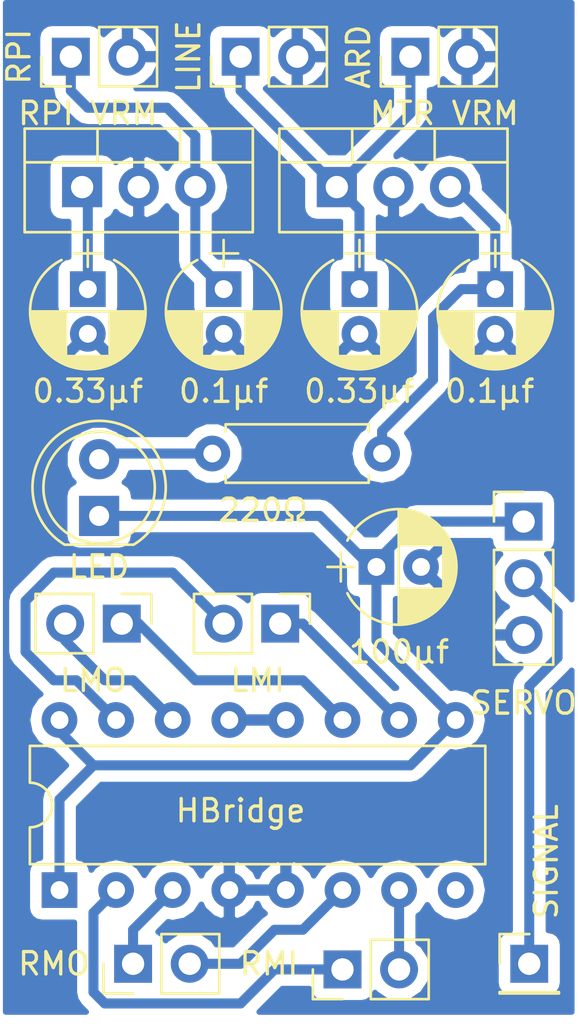
<source format=kicad_pcb>
(kicad_pcb (version 4) (host pcbnew 4.0.7)

  (general
    (links 39)
    (no_connects 4)
    (area 120.9926 78.032647 152.083258 130.279068)
    (thickness 1.6)
    (drawings 0)
    (tracks 78)
    (zones 0)
    (modules 19)
    (nets 16)
  )

  (page A4)
  (layers
    (0 Top signal)
    (31 Bottom signal)
    (36 B.SilkS user)
    (37 F.SilkS user)
    (38 B.Mask user)
    (39 F.Mask user)
    (40 Dwgs.User user)
    (41 Cmts.User user)
    (42 Eco1.User user)
    (43 Eco2.User user)
    (44 Edge.Cuts user)
    (45 Margin user)
    (46 B.CrtYd user)
    (47 F.CrtYd user)
  )

  (setup
    (last_trace_width 0.45)
    (user_trace_width 0.2)
    (user_trace_width 0.25)
    (user_trace_width 0.3)
    (user_trace_width 0.35)
    (user_trace_width 0.4)
    (user_trace_width 0.45)
    (user_trace_width 0.5)
    (user_trace_width 0.55)
    (trace_clearance 0.1524)
    (zone_clearance 0.508)
    (zone_45_only no)
    (trace_min 0.1524)
    (segment_width 0.2)
    (edge_width 0.15)
    (via_size 0.6858)
    (via_drill 0.3302)
    (via_min_size 0.508)
    (via_min_drill 0.254)
    (user_via 0.6 0.254)
    (user_via 0.65 0.254)
    (user_via 0.7 0.254)
    (user_via 0.75 0.254)
    (user_via 0.8 0.254)
    (user_via 0.85 0.254)
    (user_via 0.9 0.254)
    (user_via 0.95 0.254)
    (uvia_size 0.3)
    (uvia_drill 0.1)
    (uvias_allowed no)
    (uvia_min_size 0)
    (uvia_min_drill 0)
    (pcb_text_width 0.3)
    (pcb_text_size 1.5 1.5)
    (mod_edge_width 0.15)
    (mod_text_size 1 1)
    (mod_text_width 0.15)
    (pad_size 1.524 1.524)
    (pad_drill 0.762)
    (pad_to_mask_clearance 0.0508)
    (aux_axis_origin 121.92 81.026)
    (grid_origin 121.92 81.026)
    (visible_elements 7FFFFFFF)
    (pcbplotparams
      (layerselection 0x00030_80000001)
      (usegerberextensions false)
      (excludeedgelayer true)
      (linewidth 0.100000)
      (plotframeref false)
      (viasonmask false)
      (mode 1)
      (useauxorigin false)
      (hpglpennumber 1)
      (hpglpenspeed 20)
      (hpglpendiameter 15)
      (hpglpenoverlay 2)
      (psnegative false)
      (psa4output false)
      (plotreference true)
      (plotvalue true)
      (plotinvisibletext false)
      (padsonsilk false)
      (subtractmaskfromsilk false)
      (outputformat 1)
      (mirror false)
      (drillshape 1)
      (scaleselection 1)
      (outputdirectory ""))
  )

  (net 0 "")
  (net 1 "Net-(C1-Pad1)")
  (net 2 GND)
  (net 3 "Net-(C2-Pad1)")
  (net 4 "Net-(C4-Pad1)")
  (net 5 "Net-(C5-Pad1)")
  (net 6 "Net-(D1-Pad2)")
  (net 7 "Net-(J3-Pad2)")
  (net 8 "Net-(H1-Pad2)")
  (net 9 "Net-(H1-Pad10)")
  (net 10 "Net-(H1-Pad3)")
  (net 11 "Net-(H1-Pad11)")
  (net 12 "Net-(H1-Pad6)")
  (net 13 "Net-(H1-Pad14)")
  (net 14 "Net-(H1-Pad7)")
  (net 15 "Net-(H1-Pad15)")

  (net_class Default "This is the default net class."
    (clearance 0.1524)
    (trace_width 0.1524)
    (via_dia 0.6858)
    (via_drill 0.3302)
    (uvia_dia 0.3)
    (uvia_drill 0.1)
    (add_net GND)
    (add_net "Net-(C1-Pad1)")
    (add_net "Net-(C2-Pad1)")
    (add_net "Net-(C4-Pad1)")
    (add_net "Net-(C5-Pad1)")
    (add_net "Net-(D1-Pad2)")
    (add_net "Net-(H1-Pad10)")
    (add_net "Net-(H1-Pad11)")
    (add_net "Net-(H1-Pad14)")
    (add_net "Net-(H1-Pad15)")
    (add_net "Net-(H1-Pad2)")
    (add_net "Net-(H1-Pad3)")
    (add_net "Net-(H1-Pad6)")
    (add_net "Net-(H1-Pad7)")
    (add_net "Net-(J3-Pad2)")
  )

  (module Housings_DIP:DIP-16_W7.62mm (layer Top) (tedit 5B3EDB88) (tstamp 5B3E62CA)
    (at 124.46 120.904 90)
    (descr "16-lead though-hole mounted DIP package, row spacing 7.62 mm (300 mils)")
    (tags "THT DIP DIL PDIP 2.54mm 7.62mm 300mil")
    (path /5B3D44D2)
    (fp_text reference HBridge (at 3.556 8.128 180) (layer F.SilkS)
      (effects (font (size 1 1) (thickness 0.15)))
    )
    (fp_text value HBridge (at 3.81 20.11 90) (layer F.Fab)
      (effects (font (size 1 1) (thickness 0.15)))
    )
    (fp_arc (start 3.81 -1.33) (end 2.81 -1.33) (angle -180) (layer F.SilkS) (width 0.12))
    (fp_line (start 1.635 -1.27) (end 6.985 -1.27) (layer F.Fab) (width 0.1))
    (fp_line (start 6.985 -1.27) (end 6.985 19.05) (layer F.Fab) (width 0.1))
    (fp_line (start 6.985 19.05) (end 0.635 19.05) (layer F.Fab) (width 0.1))
    (fp_line (start 0.635 19.05) (end 0.635 -0.27) (layer F.Fab) (width 0.1))
    (fp_line (start 0.635 -0.27) (end 1.635 -1.27) (layer F.Fab) (width 0.1))
    (fp_line (start 2.81 -1.33) (end 1.16 -1.33) (layer F.SilkS) (width 0.12))
    (fp_line (start 1.16 -1.33) (end 1.16 19.11) (layer F.SilkS) (width 0.12))
    (fp_line (start 1.16 19.11) (end 6.46 19.11) (layer F.SilkS) (width 0.12))
    (fp_line (start 6.46 19.11) (end 6.46 -1.33) (layer F.SilkS) (width 0.12))
    (fp_line (start 6.46 -1.33) (end 4.81 -1.33) (layer F.SilkS) (width 0.12))
    (fp_line (start -1.1 -1.55) (end -1.1 19.3) (layer F.CrtYd) (width 0.05))
    (fp_line (start -1.1 19.3) (end 8.7 19.3) (layer F.CrtYd) (width 0.05))
    (fp_line (start 8.7 19.3) (end 8.7 -1.55) (layer F.CrtYd) (width 0.05))
    (fp_line (start 8.7 -1.55) (end -1.1 -1.55) (layer F.CrtYd) (width 0.05))
    (fp_text user %R (at 3.81 8.89 90) (layer F.Fab)
      (effects (font (size 1 1) (thickness 0.15)))
    )
    (pad 1 thru_hole rect (at 0 0 90) (size 1.6 1.6) (drill 0.8) (layers *.Cu *.Mask)
      (net 5 "Net-(C5-Pad1)"))
    (pad 9 thru_hole oval (at 7.62 17.78 90) (size 1.6 1.6) (drill 0.8) (layers *.Cu *.Mask)
      (net 5 "Net-(C5-Pad1)"))
    (pad 2 thru_hole oval (at 0 2.54 90) (size 1.6 1.6) (drill 0.8) (layers *.Cu *.Mask)
      (net 8 "Net-(H1-Pad2)"))
    (pad 10 thru_hole oval (at 7.62 15.24 90) (size 1.6 1.6) (drill 0.8) (layers *.Cu *.Mask)
      (net 9 "Net-(H1-Pad10)"))
    (pad 3 thru_hole oval (at 0 5.08 90) (size 1.6 1.6) (drill 0.8) (layers *.Cu *.Mask)
      (net 10 "Net-(H1-Pad3)"))
    (pad 11 thru_hole oval (at 7.62 12.7 90) (size 1.6 1.6) (drill 0.8) (layers *.Cu *.Mask)
      (net 11 "Net-(H1-Pad11)"))
    (pad 4 thru_hole oval (at 0 7.62 90) (size 1.6 1.6) (drill 0.8) (layers *.Cu *.Mask)
      (net 2 GND))
    (pad 12 thru_hole oval (at 7.62 10.16 90) (size 1.6 1.6) (drill 0.8) (layers *.Cu *.Mask)
      (net 2 GND))
    (pad 5 thru_hole oval (at 0 10.16 90) (size 1.6 1.6) (drill 0.8) (layers *.Cu *.Mask)
      (net 2 GND))
    (pad 13 thru_hole oval (at 7.62 7.62 90) (size 1.6 1.6) (drill 0.8) (layers *.Cu *.Mask)
      (net 2 GND))
    (pad 6 thru_hole oval (at 0 12.7 90) (size 1.6 1.6) (drill 0.8) (layers *.Cu *.Mask)
      (net 12 "Net-(H1-Pad6)"))
    (pad 14 thru_hole oval (at 7.62 5.08 90) (size 1.6 1.6) (drill 0.8) (layers *.Cu *.Mask)
      (net 13 "Net-(H1-Pad14)"))
    (pad 7 thru_hole oval (at 0 15.24 90) (size 1.6 1.6) (drill 0.8) (layers *.Cu *.Mask)
      (net 14 "Net-(H1-Pad7)"))
    (pad 15 thru_hole oval (at 7.62 2.54 90) (size 1.6 1.6) (drill 0.8) (layers *.Cu *.Mask)
      (net 15 "Net-(H1-Pad15)"))
    (pad 8 thru_hole oval (at 0 17.78 90) (size 1.6 1.6) (drill 0.8) (layers *.Cu *.Mask)
      (net 5 "Net-(C5-Pad1)"))
    (pad 16 thru_hole oval (at 7.62 0 90) (size 1.6 1.6) (drill 0.8) (layers *.Cu *.Mask)
      (net 5 "Net-(C5-Pad1)"))
    (model ${KISYS3DMOD}/Housings_DIP.3dshapes/DIP-16_W7.62mm.wrl
      (at (xyz 0 0 0))
      (scale (xyz 1 1 1))
      (rotate (xyz 0 0 0))
    )
  )

  (module TO_SOT_Packages_THT:TO-220-3_Vertical (layer Top) (tedit 5B3EE06B) (tstamp 5B3E6314)
    (at 136.906 89.408)
    (descr "TO-220-3, Vertical, RM 2.54mm")
    (tags "TO-220-3 Vertical RM 2.54mm")
    (path /5B3E7D96)
    (fp_text reference "MTR VRM" (at 4.826 -3.302) (layer F.SilkS)
      (effects (font (size 1 1) (thickness 0.15)))
    )
    (fp_text value AP2204R-5.0 (at 2.54 3.92) (layer F.Fab)
      (effects (font (size 1 1) (thickness 0.15)))
    )
    (fp_text user %R (at 2.54 -3.62) (layer F.Fab)
      (effects (font (size 1 1) (thickness 0.15)))
    )
    (fp_line (start -2.46 -2.5) (end -2.46 1.9) (layer F.Fab) (width 0.1))
    (fp_line (start -2.46 1.9) (end 7.54 1.9) (layer F.Fab) (width 0.1))
    (fp_line (start 7.54 1.9) (end 7.54 -2.5) (layer F.Fab) (width 0.1))
    (fp_line (start 7.54 -2.5) (end -2.46 -2.5) (layer F.Fab) (width 0.1))
    (fp_line (start -2.46 -1.23) (end 7.54 -1.23) (layer F.Fab) (width 0.1))
    (fp_line (start 0.69 -2.5) (end 0.69 -1.23) (layer F.Fab) (width 0.1))
    (fp_line (start 4.39 -2.5) (end 4.39 -1.23) (layer F.Fab) (width 0.1))
    (fp_line (start -2.58 -2.62) (end 7.66 -2.62) (layer F.SilkS) (width 0.12))
    (fp_line (start -2.58 2.021) (end 7.66 2.021) (layer F.SilkS) (width 0.12))
    (fp_line (start -2.58 -2.62) (end -2.58 2.021) (layer F.SilkS) (width 0.12))
    (fp_line (start 7.66 -2.62) (end 7.66 2.021) (layer F.SilkS) (width 0.12))
    (fp_line (start -2.58 -1.11) (end 7.66 -1.11) (layer F.SilkS) (width 0.12))
    (fp_line (start 0.69 -2.62) (end 0.69 -1.11) (layer F.SilkS) (width 0.12))
    (fp_line (start 4.391 -2.62) (end 4.391 -1.11) (layer F.SilkS) (width 0.12))
    (fp_line (start -2.71 -2.75) (end -2.71 2.16) (layer F.CrtYd) (width 0.05))
    (fp_line (start -2.71 2.16) (end 7.79 2.16) (layer F.CrtYd) (width 0.05))
    (fp_line (start 7.79 2.16) (end 7.79 -2.75) (layer F.CrtYd) (width 0.05))
    (fp_line (start 7.79 -2.75) (end -2.71 -2.75) (layer F.CrtYd) (width 0.05))
    (pad 1 thru_hole rect (at 0 0) (size 1.8 1.8) (drill 1) (layers *.Cu *.Mask)
      (net 1 "Net-(C1-Pad1)"))
    (pad 2 thru_hole oval (at 2.54 0) (size 1.8 1.8) (drill 1) (layers *.Cu *.Mask)
      (net 2 GND))
    (pad 3 thru_hole oval (at 5.08 0) (size 1.8 1.8) (drill 1) (layers *.Cu *.Mask)
      (net 4 "Net-(C4-Pad1)"))
    (model ${KISYS3DMOD}/TO_SOT_Packages_THT.3dshapes/TO-220-3_Vertical.wrl
      (at (xyz 0.1 0 0))
      (scale (xyz 0.393701 0.393701 0.393701))
      (rotate (xyz 0 0 0))
    )
  )

  (module TO_SOT_Packages_THT:TO-220-3_Vertical (layer Top) (tedit 5B3EE059) (tstamp 5B3E630D)
    (at 125.476 89.408)
    (descr "TO-220-3, Vertical, RM 2.54mm")
    (tags "TO-220-3 Vertical RM 2.54mm")
    (path /5B3E7D12)
    (fp_text reference "RPI VRM" (at 0.254 -3.302) (layer F.SilkS)
      (effects (font (size 1 1) (thickness 0.15)))
    )
    (fp_text value AP2204R-5.0 (at 2.54 3.92) (layer F.Fab)
      (effects (font (size 1 1) (thickness 0.15)))
    )
    (fp_text user %R (at 2.54 -3.62) (layer F.Fab)
      (effects (font (size 1 1) (thickness 0.15)))
    )
    (fp_line (start -2.46 -2.5) (end -2.46 1.9) (layer F.Fab) (width 0.1))
    (fp_line (start -2.46 1.9) (end 7.54 1.9) (layer F.Fab) (width 0.1))
    (fp_line (start 7.54 1.9) (end 7.54 -2.5) (layer F.Fab) (width 0.1))
    (fp_line (start 7.54 -2.5) (end -2.46 -2.5) (layer F.Fab) (width 0.1))
    (fp_line (start -2.46 -1.23) (end 7.54 -1.23) (layer F.Fab) (width 0.1))
    (fp_line (start 0.69 -2.5) (end 0.69 -1.23) (layer F.Fab) (width 0.1))
    (fp_line (start 4.39 -2.5) (end 4.39 -1.23) (layer F.Fab) (width 0.1))
    (fp_line (start -2.58 -2.62) (end 7.66 -2.62) (layer F.SilkS) (width 0.12))
    (fp_line (start -2.58 2.021) (end 7.66 2.021) (layer F.SilkS) (width 0.12))
    (fp_line (start -2.58 -2.62) (end -2.58 2.021) (layer F.SilkS) (width 0.12))
    (fp_line (start 7.66 -2.62) (end 7.66 2.021) (layer F.SilkS) (width 0.12))
    (fp_line (start -2.58 -1.11) (end 7.66 -1.11) (layer F.SilkS) (width 0.12))
    (fp_line (start 0.69 -2.62) (end 0.69 -1.11) (layer F.SilkS) (width 0.12))
    (fp_line (start 4.391 -2.62) (end 4.391 -1.11) (layer F.SilkS) (width 0.12))
    (fp_line (start -2.71 -2.75) (end -2.71 2.16) (layer F.CrtYd) (width 0.05))
    (fp_line (start -2.71 2.16) (end 7.79 2.16) (layer F.CrtYd) (width 0.05))
    (fp_line (start 7.79 2.16) (end 7.79 -2.75) (layer F.CrtYd) (width 0.05))
    (fp_line (start 7.79 -2.75) (end -2.71 -2.75) (layer F.CrtYd) (width 0.05))
    (pad 1 thru_hole rect (at 0 0) (size 1.8 1.8) (drill 1) (layers *.Cu *.Mask)
      (net 1 "Net-(C1-Pad1)"))
    (pad 2 thru_hole oval (at 2.54 0) (size 1.8 1.8) (drill 1) (layers *.Cu *.Mask)
      (net 2 GND))
    (pad 3 thru_hole oval (at 5.08 0) (size 1.8 1.8) (drill 1) (layers *.Cu *.Mask)
      (net 3 "Net-(C2-Pad1)"))
    (model ${KISYS3DMOD}/TO_SOT_Packages_THT.3dshapes/TO-220-3_Vertical.wrl
      (at (xyz 0.1 0 0))
      (scale (xyz 0.393701 0.393701 0.393701))
      (rotate (xyz 0 0 0))
    )
  )

  (module Capacitors_THT:CP_Radial_D5.0mm_P2.00mm (layer Top) (tedit 5B3EDB26) (tstamp 5B3E6298)
    (at 125.73 93.98 270)
    (descr "CP, Radial series, Radial, pin pitch=2.00mm, , diameter=5mm, Electrolytic Capacitor")
    (tags "CP Radial series Radial pin pitch 2.00mm  diameter 5mm Electrolytic Capacitor")
    (path /5B1AC092)
    (fp_text reference 0.33μf (at 4.572 0 360) (layer F.SilkS)
      (effects (font (size 1 1) (thickness 0.15)))
    )
    (fp_text value 0.33uf (at 1 3.81 270) (layer F.Fab)
      (effects (font (size 1 1) (thickness 0.15)))
    )
    (fp_arc (start 1 0) (end -1.30558 -1.18) (angle 125.8) (layer F.SilkS) (width 0.12))
    (fp_arc (start 1 0) (end -1.30558 1.18) (angle -125.8) (layer F.SilkS) (width 0.12))
    (fp_arc (start 1 0) (end 3.30558 -1.18) (angle 54.2) (layer F.SilkS) (width 0.12))
    (fp_circle (center 1 0) (end 3.5 0) (layer F.Fab) (width 0.1))
    (fp_line (start -2.2 0) (end -1 0) (layer F.Fab) (width 0.1))
    (fp_line (start -1.6 -0.65) (end -1.6 0.65) (layer F.Fab) (width 0.1))
    (fp_line (start 1 -2.55) (end 1 2.55) (layer F.SilkS) (width 0.12))
    (fp_line (start 1.04 -2.55) (end 1.04 -0.98) (layer F.SilkS) (width 0.12))
    (fp_line (start 1.04 0.98) (end 1.04 2.55) (layer F.SilkS) (width 0.12))
    (fp_line (start 1.08 -2.549) (end 1.08 -0.98) (layer F.SilkS) (width 0.12))
    (fp_line (start 1.08 0.98) (end 1.08 2.549) (layer F.SilkS) (width 0.12))
    (fp_line (start 1.12 -2.548) (end 1.12 -0.98) (layer F.SilkS) (width 0.12))
    (fp_line (start 1.12 0.98) (end 1.12 2.548) (layer F.SilkS) (width 0.12))
    (fp_line (start 1.16 -2.546) (end 1.16 -0.98) (layer F.SilkS) (width 0.12))
    (fp_line (start 1.16 0.98) (end 1.16 2.546) (layer F.SilkS) (width 0.12))
    (fp_line (start 1.2 -2.543) (end 1.2 -0.98) (layer F.SilkS) (width 0.12))
    (fp_line (start 1.2 0.98) (end 1.2 2.543) (layer F.SilkS) (width 0.12))
    (fp_line (start 1.24 -2.539) (end 1.24 -0.98) (layer F.SilkS) (width 0.12))
    (fp_line (start 1.24 0.98) (end 1.24 2.539) (layer F.SilkS) (width 0.12))
    (fp_line (start 1.28 -2.535) (end 1.28 -0.98) (layer F.SilkS) (width 0.12))
    (fp_line (start 1.28 0.98) (end 1.28 2.535) (layer F.SilkS) (width 0.12))
    (fp_line (start 1.32 -2.531) (end 1.32 -0.98) (layer F.SilkS) (width 0.12))
    (fp_line (start 1.32 0.98) (end 1.32 2.531) (layer F.SilkS) (width 0.12))
    (fp_line (start 1.36 -2.525) (end 1.36 -0.98) (layer F.SilkS) (width 0.12))
    (fp_line (start 1.36 0.98) (end 1.36 2.525) (layer F.SilkS) (width 0.12))
    (fp_line (start 1.4 -2.519) (end 1.4 -0.98) (layer F.SilkS) (width 0.12))
    (fp_line (start 1.4 0.98) (end 1.4 2.519) (layer F.SilkS) (width 0.12))
    (fp_line (start 1.44 -2.513) (end 1.44 -0.98) (layer F.SilkS) (width 0.12))
    (fp_line (start 1.44 0.98) (end 1.44 2.513) (layer F.SilkS) (width 0.12))
    (fp_line (start 1.48 -2.506) (end 1.48 -0.98) (layer F.SilkS) (width 0.12))
    (fp_line (start 1.48 0.98) (end 1.48 2.506) (layer F.SilkS) (width 0.12))
    (fp_line (start 1.52 -2.498) (end 1.52 -0.98) (layer F.SilkS) (width 0.12))
    (fp_line (start 1.52 0.98) (end 1.52 2.498) (layer F.SilkS) (width 0.12))
    (fp_line (start 1.56 -2.489) (end 1.56 -0.98) (layer F.SilkS) (width 0.12))
    (fp_line (start 1.56 0.98) (end 1.56 2.489) (layer F.SilkS) (width 0.12))
    (fp_line (start 1.6 -2.48) (end 1.6 -0.98) (layer F.SilkS) (width 0.12))
    (fp_line (start 1.6 0.98) (end 1.6 2.48) (layer F.SilkS) (width 0.12))
    (fp_line (start 1.64 -2.47) (end 1.64 -0.98) (layer F.SilkS) (width 0.12))
    (fp_line (start 1.64 0.98) (end 1.64 2.47) (layer F.SilkS) (width 0.12))
    (fp_line (start 1.68 -2.46) (end 1.68 -0.98) (layer F.SilkS) (width 0.12))
    (fp_line (start 1.68 0.98) (end 1.68 2.46) (layer F.SilkS) (width 0.12))
    (fp_line (start 1.721 -2.448) (end 1.721 -0.98) (layer F.SilkS) (width 0.12))
    (fp_line (start 1.721 0.98) (end 1.721 2.448) (layer F.SilkS) (width 0.12))
    (fp_line (start 1.761 -2.436) (end 1.761 -0.98) (layer F.SilkS) (width 0.12))
    (fp_line (start 1.761 0.98) (end 1.761 2.436) (layer F.SilkS) (width 0.12))
    (fp_line (start 1.801 -2.424) (end 1.801 -0.98) (layer F.SilkS) (width 0.12))
    (fp_line (start 1.801 0.98) (end 1.801 2.424) (layer F.SilkS) (width 0.12))
    (fp_line (start 1.841 -2.41) (end 1.841 -0.98) (layer F.SilkS) (width 0.12))
    (fp_line (start 1.841 0.98) (end 1.841 2.41) (layer F.SilkS) (width 0.12))
    (fp_line (start 1.881 -2.396) (end 1.881 -0.98) (layer F.SilkS) (width 0.12))
    (fp_line (start 1.881 0.98) (end 1.881 2.396) (layer F.SilkS) (width 0.12))
    (fp_line (start 1.921 -2.382) (end 1.921 -0.98) (layer F.SilkS) (width 0.12))
    (fp_line (start 1.921 0.98) (end 1.921 2.382) (layer F.SilkS) (width 0.12))
    (fp_line (start 1.961 -2.366) (end 1.961 -0.98) (layer F.SilkS) (width 0.12))
    (fp_line (start 1.961 0.98) (end 1.961 2.366) (layer F.SilkS) (width 0.12))
    (fp_line (start 2.001 -2.35) (end 2.001 -0.98) (layer F.SilkS) (width 0.12))
    (fp_line (start 2.001 0.98) (end 2.001 2.35) (layer F.SilkS) (width 0.12))
    (fp_line (start 2.041 -2.333) (end 2.041 -0.98) (layer F.SilkS) (width 0.12))
    (fp_line (start 2.041 0.98) (end 2.041 2.333) (layer F.SilkS) (width 0.12))
    (fp_line (start 2.081 -2.315) (end 2.081 -0.98) (layer F.SilkS) (width 0.12))
    (fp_line (start 2.081 0.98) (end 2.081 2.315) (layer F.SilkS) (width 0.12))
    (fp_line (start 2.121 -2.296) (end 2.121 -0.98) (layer F.SilkS) (width 0.12))
    (fp_line (start 2.121 0.98) (end 2.121 2.296) (layer F.SilkS) (width 0.12))
    (fp_line (start 2.161 -2.276) (end 2.161 -0.98) (layer F.SilkS) (width 0.12))
    (fp_line (start 2.161 0.98) (end 2.161 2.276) (layer F.SilkS) (width 0.12))
    (fp_line (start 2.201 -2.256) (end 2.201 -0.98) (layer F.SilkS) (width 0.12))
    (fp_line (start 2.201 0.98) (end 2.201 2.256) (layer F.SilkS) (width 0.12))
    (fp_line (start 2.241 -2.234) (end 2.241 -0.98) (layer F.SilkS) (width 0.12))
    (fp_line (start 2.241 0.98) (end 2.241 2.234) (layer F.SilkS) (width 0.12))
    (fp_line (start 2.281 -2.212) (end 2.281 -0.98) (layer F.SilkS) (width 0.12))
    (fp_line (start 2.281 0.98) (end 2.281 2.212) (layer F.SilkS) (width 0.12))
    (fp_line (start 2.321 -2.189) (end 2.321 -0.98) (layer F.SilkS) (width 0.12))
    (fp_line (start 2.321 0.98) (end 2.321 2.189) (layer F.SilkS) (width 0.12))
    (fp_line (start 2.361 -2.165) (end 2.361 -0.98) (layer F.SilkS) (width 0.12))
    (fp_line (start 2.361 0.98) (end 2.361 2.165) (layer F.SilkS) (width 0.12))
    (fp_line (start 2.401 -2.14) (end 2.401 -0.98) (layer F.SilkS) (width 0.12))
    (fp_line (start 2.401 0.98) (end 2.401 2.14) (layer F.SilkS) (width 0.12))
    (fp_line (start 2.441 -2.113) (end 2.441 -0.98) (layer F.SilkS) (width 0.12))
    (fp_line (start 2.441 0.98) (end 2.441 2.113) (layer F.SilkS) (width 0.12))
    (fp_line (start 2.481 -2.086) (end 2.481 -0.98) (layer F.SilkS) (width 0.12))
    (fp_line (start 2.481 0.98) (end 2.481 2.086) (layer F.SilkS) (width 0.12))
    (fp_line (start 2.521 -2.058) (end 2.521 -0.98) (layer F.SilkS) (width 0.12))
    (fp_line (start 2.521 0.98) (end 2.521 2.058) (layer F.SilkS) (width 0.12))
    (fp_line (start 2.561 -2.028) (end 2.561 -0.98) (layer F.SilkS) (width 0.12))
    (fp_line (start 2.561 0.98) (end 2.561 2.028) (layer F.SilkS) (width 0.12))
    (fp_line (start 2.601 -1.997) (end 2.601 -0.98) (layer F.SilkS) (width 0.12))
    (fp_line (start 2.601 0.98) (end 2.601 1.997) (layer F.SilkS) (width 0.12))
    (fp_line (start 2.641 -1.965) (end 2.641 -0.98) (layer F.SilkS) (width 0.12))
    (fp_line (start 2.641 0.98) (end 2.641 1.965) (layer F.SilkS) (width 0.12))
    (fp_line (start 2.681 -1.932) (end 2.681 -0.98) (layer F.SilkS) (width 0.12))
    (fp_line (start 2.681 0.98) (end 2.681 1.932) (layer F.SilkS) (width 0.12))
    (fp_line (start 2.721 -1.897) (end 2.721 -0.98) (layer F.SilkS) (width 0.12))
    (fp_line (start 2.721 0.98) (end 2.721 1.897) (layer F.SilkS) (width 0.12))
    (fp_line (start 2.761 -1.861) (end 2.761 -0.98) (layer F.SilkS) (width 0.12))
    (fp_line (start 2.761 0.98) (end 2.761 1.861) (layer F.SilkS) (width 0.12))
    (fp_line (start 2.801 -1.823) (end 2.801 -0.98) (layer F.SilkS) (width 0.12))
    (fp_line (start 2.801 0.98) (end 2.801 1.823) (layer F.SilkS) (width 0.12))
    (fp_line (start 2.841 -1.783) (end 2.841 -0.98) (layer F.SilkS) (width 0.12))
    (fp_line (start 2.841 0.98) (end 2.841 1.783) (layer F.SilkS) (width 0.12))
    (fp_line (start 2.881 -1.742) (end 2.881 -0.98) (layer F.SilkS) (width 0.12))
    (fp_line (start 2.881 0.98) (end 2.881 1.742) (layer F.SilkS) (width 0.12))
    (fp_line (start 2.921 -1.699) (end 2.921 -0.98) (layer F.SilkS) (width 0.12))
    (fp_line (start 2.921 0.98) (end 2.921 1.699) (layer F.SilkS) (width 0.12))
    (fp_line (start 2.961 -1.654) (end 2.961 -0.98) (layer F.SilkS) (width 0.12))
    (fp_line (start 2.961 0.98) (end 2.961 1.654) (layer F.SilkS) (width 0.12))
    (fp_line (start 3.001 -1.606) (end 3.001 1.606) (layer F.SilkS) (width 0.12))
    (fp_line (start 3.041 -1.556) (end 3.041 1.556) (layer F.SilkS) (width 0.12))
    (fp_line (start 3.081 -1.504) (end 3.081 1.504) (layer F.SilkS) (width 0.12))
    (fp_line (start 3.121 -1.448) (end 3.121 1.448) (layer F.SilkS) (width 0.12))
    (fp_line (start 3.161 -1.39) (end 3.161 1.39) (layer F.SilkS) (width 0.12))
    (fp_line (start 3.201 -1.327) (end 3.201 1.327) (layer F.SilkS) (width 0.12))
    (fp_line (start 3.241 -1.261) (end 3.241 1.261) (layer F.SilkS) (width 0.12))
    (fp_line (start 3.281 -1.189) (end 3.281 1.189) (layer F.SilkS) (width 0.12))
    (fp_line (start 3.321 -1.112) (end 3.321 1.112) (layer F.SilkS) (width 0.12))
    (fp_line (start 3.361 -1.028) (end 3.361 1.028) (layer F.SilkS) (width 0.12))
    (fp_line (start 3.401 -0.934) (end 3.401 0.934) (layer F.SilkS) (width 0.12))
    (fp_line (start 3.441 -0.829) (end 3.441 0.829) (layer F.SilkS) (width 0.12))
    (fp_line (start 3.481 -0.707) (end 3.481 0.707) (layer F.SilkS) (width 0.12))
    (fp_line (start 3.521 -0.559) (end 3.521 0.559) (layer F.SilkS) (width 0.12))
    (fp_line (start 3.561 -0.354) (end 3.561 0.354) (layer F.SilkS) (width 0.12))
    (fp_line (start -2.2 0) (end -1 0) (layer F.SilkS) (width 0.12))
    (fp_line (start -1.6 -0.65) (end -1.6 0.65) (layer F.SilkS) (width 0.12))
    (fp_line (start -1.85 -2.85) (end -1.85 2.85) (layer F.CrtYd) (width 0.05))
    (fp_line (start -1.85 2.85) (end 3.85 2.85) (layer F.CrtYd) (width 0.05))
    (fp_line (start 3.85 2.85) (end 3.85 -2.85) (layer F.CrtYd) (width 0.05))
    (fp_line (start 3.85 -2.85) (end -1.85 -2.85) (layer F.CrtYd) (width 0.05))
    (fp_text user %R (at 1 0 270) (layer F.Fab)
      (effects (font (size 1 1) (thickness 0.15)))
    )
    (pad 1 thru_hole rect (at 0 0 270) (size 1.6 1.6) (drill 0.8) (layers *.Cu *.Mask)
      (net 1 "Net-(C1-Pad1)"))
    (pad 2 thru_hole circle (at 2 0 270) (size 1.6 1.6) (drill 0.8) (layers *.Cu *.Mask)
      (net 2 GND))
    (model ${KISYS3DMOD}/Capacitors_THT.3dshapes/CP_Radial_D5.0mm_P2.00mm.wrl
      (at (xyz 0 0 0))
      (scale (xyz 1 1 1))
      (rotate (xyz 0 0 0))
    )
  )

  (module Capacitors_THT:CP_Radial_D5.0mm_P2.00mm (layer Top) (tedit 5B3EDB3A) (tstamp 5B3E629E)
    (at 131.826 93.98 270)
    (descr "CP, Radial series, Radial, pin pitch=2.00mm, , diameter=5mm, Electrolytic Capacitor")
    (tags "CP Radial series Radial pin pitch 2.00mm  diameter 5mm Electrolytic Capacitor")
    (path /5B1AC02B)
    (fp_text reference 0.1μf (at 4.572 0 360) (layer F.SilkS)
      (effects (font (size 1 1) (thickness 0.15)))
    )
    (fp_text value 0.1uf (at 1 3.81 270) (layer F.Fab)
      (effects (font (size 1 1) (thickness 0.15)))
    )
    (fp_arc (start 1 0) (end -1.30558 -1.18) (angle 125.8) (layer F.SilkS) (width 0.12))
    (fp_arc (start 1 0) (end -1.30558 1.18) (angle -125.8) (layer F.SilkS) (width 0.12))
    (fp_arc (start 1 0) (end 3.30558 -1.18) (angle 54.2) (layer F.SilkS) (width 0.12))
    (fp_circle (center 1 0) (end 3.5 0) (layer F.Fab) (width 0.1))
    (fp_line (start -2.2 0) (end -1 0) (layer F.Fab) (width 0.1))
    (fp_line (start -1.6 -0.65) (end -1.6 0.65) (layer F.Fab) (width 0.1))
    (fp_line (start 1 -2.55) (end 1 2.55) (layer F.SilkS) (width 0.12))
    (fp_line (start 1.04 -2.55) (end 1.04 -0.98) (layer F.SilkS) (width 0.12))
    (fp_line (start 1.04 0.98) (end 1.04 2.55) (layer F.SilkS) (width 0.12))
    (fp_line (start 1.08 -2.549) (end 1.08 -0.98) (layer F.SilkS) (width 0.12))
    (fp_line (start 1.08 0.98) (end 1.08 2.549) (layer F.SilkS) (width 0.12))
    (fp_line (start 1.12 -2.548) (end 1.12 -0.98) (layer F.SilkS) (width 0.12))
    (fp_line (start 1.12 0.98) (end 1.12 2.548) (layer F.SilkS) (width 0.12))
    (fp_line (start 1.16 -2.546) (end 1.16 -0.98) (layer F.SilkS) (width 0.12))
    (fp_line (start 1.16 0.98) (end 1.16 2.546) (layer F.SilkS) (width 0.12))
    (fp_line (start 1.2 -2.543) (end 1.2 -0.98) (layer F.SilkS) (width 0.12))
    (fp_line (start 1.2 0.98) (end 1.2 2.543) (layer F.SilkS) (width 0.12))
    (fp_line (start 1.24 -2.539) (end 1.24 -0.98) (layer F.SilkS) (width 0.12))
    (fp_line (start 1.24 0.98) (end 1.24 2.539) (layer F.SilkS) (width 0.12))
    (fp_line (start 1.28 -2.535) (end 1.28 -0.98) (layer F.SilkS) (width 0.12))
    (fp_line (start 1.28 0.98) (end 1.28 2.535) (layer F.SilkS) (width 0.12))
    (fp_line (start 1.32 -2.531) (end 1.32 -0.98) (layer F.SilkS) (width 0.12))
    (fp_line (start 1.32 0.98) (end 1.32 2.531) (layer F.SilkS) (width 0.12))
    (fp_line (start 1.36 -2.525) (end 1.36 -0.98) (layer F.SilkS) (width 0.12))
    (fp_line (start 1.36 0.98) (end 1.36 2.525) (layer F.SilkS) (width 0.12))
    (fp_line (start 1.4 -2.519) (end 1.4 -0.98) (layer F.SilkS) (width 0.12))
    (fp_line (start 1.4 0.98) (end 1.4 2.519) (layer F.SilkS) (width 0.12))
    (fp_line (start 1.44 -2.513) (end 1.44 -0.98) (layer F.SilkS) (width 0.12))
    (fp_line (start 1.44 0.98) (end 1.44 2.513) (layer F.SilkS) (width 0.12))
    (fp_line (start 1.48 -2.506) (end 1.48 -0.98) (layer F.SilkS) (width 0.12))
    (fp_line (start 1.48 0.98) (end 1.48 2.506) (layer F.SilkS) (width 0.12))
    (fp_line (start 1.52 -2.498) (end 1.52 -0.98) (layer F.SilkS) (width 0.12))
    (fp_line (start 1.52 0.98) (end 1.52 2.498) (layer F.SilkS) (width 0.12))
    (fp_line (start 1.56 -2.489) (end 1.56 -0.98) (layer F.SilkS) (width 0.12))
    (fp_line (start 1.56 0.98) (end 1.56 2.489) (layer F.SilkS) (width 0.12))
    (fp_line (start 1.6 -2.48) (end 1.6 -0.98) (layer F.SilkS) (width 0.12))
    (fp_line (start 1.6 0.98) (end 1.6 2.48) (layer F.SilkS) (width 0.12))
    (fp_line (start 1.64 -2.47) (end 1.64 -0.98) (layer F.SilkS) (width 0.12))
    (fp_line (start 1.64 0.98) (end 1.64 2.47) (layer F.SilkS) (width 0.12))
    (fp_line (start 1.68 -2.46) (end 1.68 -0.98) (layer F.SilkS) (width 0.12))
    (fp_line (start 1.68 0.98) (end 1.68 2.46) (layer F.SilkS) (width 0.12))
    (fp_line (start 1.721 -2.448) (end 1.721 -0.98) (layer F.SilkS) (width 0.12))
    (fp_line (start 1.721 0.98) (end 1.721 2.448) (layer F.SilkS) (width 0.12))
    (fp_line (start 1.761 -2.436) (end 1.761 -0.98) (layer F.SilkS) (width 0.12))
    (fp_line (start 1.761 0.98) (end 1.761 2.436) (layer F.SilkS) (width 0.12))
    (fp_line (start 1.801 -2.424) (end 1.801 -0.98) (layer F.SilkS) (width 0.12))
    (fp_line (start 1.801 0.98) (end 1.801 2.424) (layer F.SilkS) (width 0.12))
    (fp_line (start 1.841 -2.41) (end 1.841 -0.98) (layer F.SilkS) (width 0.12))
    (fp_line (start 1.841 0.98) (end 1.841 2.41) (layer F.SilkS) (width 0.12))
    (fp_line (start 1.881 -2.396) (end 1.881 -0.98) (layer F.SilkS) (width 0.12))
    (fp_line (start 1.881 0.98) (end 1.881 2.396) (layer F.SilkS) (width 0.12))
    (fp_line (start 1.921 -2.382) (end 1.921 -0.98) (layer F.SilkS) (width 0.12))
    (fp_line (start 1.921 0.98) (end 1.921 2.382) (layer F.SilkS) (width 0.12))
    (fp_line (start 1.961 -2.366) (end 1.961 -0.98) (layer F.SilkS) (width 0.12))
    (fp_line (start 1.961 0.98) (end 1.961 2.366) (layer F.SilkS) (width 0.12))
    (fp_line (start 2.001 -2.35) (end 2.001 -0.98) (layer F.SilkS) (width 0.12))
    (fp_line (start 2.001 0.98) (end 2.001 2.35) (layer F.SilkS) (width 0.12))
    (fp_line (start 2.041 -2.333) (end 2.041 -0.98) (layer F.SilkS) (width 0.12))
    (fp_line (start 2.041 0.98) (end 2.041 2.333) (layer F.SilkS) (width 0.12))
    (fp_line (start 2.081 -2.315) (end 2.081 -0.98) (layer F.SilkS) (width 0.12))
    (fp_line (start 2.081 0.98) (end 2.081 2.315) (layer F.SilkS) (width 0.12))
    (fp_line (start 2.121 -2.296) (end 2.121 -0.98) (layer F.SilkS) (width 0.12))
    (fp_line (start 2.121 0.98) (end 2.121 2.296) (layer F.SilkS) (width 0.12))
    (fp_line (start 2.161 -2.276) (end 2.161 -0.98) (layer F.SilkS) (width 0.12))
    (fp_line (start 2.161 0.98) (end 2.161 2.276) (layer F.SilkS) (width 0.12))
    (fp_line (start 2.201 -2.256) (end 2.201 -0.98) (layer F.SilkS) (width 0.12))
    (fp_line (start 2.201 0.98) (end 2.201 2.256) (layer F.SilkS) (width 0.12))
    (fp_line (start 2.241 -2.234) (end 2.241 -0.98) (layer F.SilkS) (width 0.12))
    (fp_line (start 2.241 0.98) (end 2.241 2.234) (layer F.SilkS) (width 0.12))
    (fp_line (start 2.281 -2.212) (end 2.281 -0.98) (layer F.SilkS) (width 0.12))
    (fp_line (start 2.281 0.98) (end 2.281 2.212) (layer F.SilkS) (width 0.12))
    (fp_line (start 2.321 -2.189) (end 2.321 -0.98) (layer F.SilkS) (width 0.12))
    (fp_line (start 2.321 0.98) (end 2.321 2.189) (layer F.SilkS) (width 0.12))
    (fp_line (start 2.361 -2.165) (end 2.361 -0.98) (layer F.SilkS) (width 0.12))
    (fp_line (start 2.361 0.98) (end 2.361 2.165) (layer F.SilkS) (width 0.12))
    (fp_line (start 2.401 -2.14) (end 2.401 -0.98) (layer F.SilkS) (width 0.12))
    (fp_line (start 2.401 0.98) (end 2.401 2.14) (layer F.SilkS) (width 0.12))
    (fp_line (start 2.441 -2.113) (end 2.441 -0.98) (layer F.SilkS) (width 0.12))
    (fp_line (start 2.441 0.98) (end 2.441 2.113) (layer F.SilkS) (width 0.12))
    (fp_line (start 2.481 -2.086) (end 2.481 -0.98) (layer F.SilkS) (width 0.12))
    (fp_line (start 2.481 0.98) (end 2.481 2.086) (layer F.SilkS) (width 0.12))
    (fp_line (start 2.521 -2.058) (end 2.521 -0.98) (layer F.SilkS) (width 0.12))
    (fp_line (start 2.521 0.98) (end 2.521 2.058) (layer F.SilkS) (width 0.12))
    (fp_line (start 2.561 -2.028) (end 2.561 -0.98) (layer F.SilkS) (width 0.12))
    (fp_line (start 2.561 0.98) (end 2.561 2.028) (layer F.SilkS) (width 0.12))
    (fp_line (start 2.601 -1.997) (end 2.601 -0.98) (layer F.SilkS) (width 0.12))
    (fp_line (start 2.601 0.98) (end 2.601 1.997) (layer F.SilkS) (width 0.12))
    (fp_line (start 2.641 -1.965) (end 2.641 -0.98) (layer F.SilkS) (width 0.12))
    (fp_line (start 2.641 0.98) (end 2.641 1.965) (layer F.SilkS) (width 0.12))
    (fp_line (start 2.681 -1.932) (end 2.681 -0.98) (layer F.SilkS) (width 0.12))
    (fp_line (start 2.681 0.98) (end 2.681 1.932) (layer F.SilkS) (width 0.12))
    (fp_line (start 2.721 -1.897) (end 2.721 -0.98) (layer F.SilkS) (width 0.12))
    (fp_line (start 2.721 0.98) (end 2.721 1.897) (layer F.SilkS) (width 0.12))
    (fp_line (start 2.761 -1.861) (end 2.761 -0.98) (layer F.SilkS) (width 0.12))
    (fp_line (start 2.761 0.98) (end 2.761 1.861) (layer F.SilkS) (width 0.12))
    (fp_line (start 2.801 -1.823) (end 2.801 -0.98) (layer F.SilkS) (width 0.12))
    (fp_line (start 2.801 0.98) (end 2.801 1.823) (layer F.SilkS) (width 0.12))
    (fp_line (start 2.841 -1.783) (end 2.841 -0.98) (layer F.SilkS) (width 0.12))
    (fp_line (start 2.841 0.98) (end 2.841 1.783) (layer F.SilkS) (width 0.12))
    (fp_line (start 2.881 -1.742) (end 2.881 -0.98) (layer F.SilkS) (width 0.12))
    (fp_line (start 2.881 0.98) (end 2.881 1.742) (layer F.SilkS) (width 0.12))
    (fp_line (start 2.921 -1.699) (end 2.921 -0.98) (layer F.SilkS) (width 0.12))
    (fp_line (start 2.921 0.98) (end 2.921 1.699) (layer F.SilkS) (width 0.12))
    (fp_line (start 2.961 -1.654) (end 2.961 -0.98) (layer F.SilkS) (width 0.12))
    (fp_line (start 2.961 0.98) (end 2.961 1.654) (layer F.SilkS) (width 0.12))
    (fp_line (start 3.001 -1.606) (end 3.001 1.606) (layer F.SilkS) (width 0.12))
    (fp_line (start 3.041 -1.556) (end 3.041 1.556) (layer F.SilkS) (width 0.12))
    (fp_line (start 3.081 -1.504) (end 3.081 1.504) (layer F.SilkS) (width 0.12))
    (fp_line (start 3.121 -1.448) (end 3.121 1.448) (layer F.SilkS) (width 0.12))
    (fp_line (start 3.161 -1.39) (end 3.161 1.39) (layer F.SilkS) (width 0.12))
    (fp_line (start 3.201 -1.327) (end 3.201 1.327) (layer F.SilkS) (width 0.12))
    (fp_line (start 3.241 -1.261) (end 3.241 1.261) (layer F.SilkS) (width 0.12))
    (fp_line (start 3.281 -1.189) (end 3.281 1.189) (layer F.SilkS) (width 0.12))
    (fp_line (start 3.321 -1.112) (end 3.321 1.112) (layer F.SilkS) (width 0.12))
    (fp_line (start 3.361 -1.028) (end 3.361 1.028) (layer F.SilkS) (width 0.12))
    (fp_line (start 3.401 -0.934) (end 3.401 0.934) (layer F.SilkS) (width 0.12))
    (fp_line (start 3.441 -0.829) (end 3.441 0.829) (layer F.SilkS) (width 0.12))
    (fp_line (start 3.481 -0.707) (end 3.481 0.707) (layer F.SilkS) (width 0.12))
    (fp_line (start 3.521 -0.559) (end 3.521 0.559) (layer F.SilkS) (width 0.12))
    (fp_line (start 3.561 -0.354) (end 3.561 0.354) (layer F.SilkS) (width 0.12))
    (fp_line (start -2.2 0) (end -1 0) (layer F.SilkS) (width 0.12))
    (fp_line (start -1.6 -0.65) (end -1.6 0.65) (layer F.SilkS) (width 0.12))
    (fp_line (start -1.85 -2.85) (end -1.85 2.85) (layer F.CrtYd) (width 0.05))
    (fp_line (start -1.85 2.85) (end 3.85 2.85) (layer F.CrtYd) (width 0.05))
    (fp_line (start 3.85 2.85) (end 3.85 -2.85) (layer F.CrtYd) (width 0.05))
    (fp_line (start 3.85 -2.85) (end -1.85 -2.85) (layer F.CrtYd) (width 0.05))
    (fp_text user %R (at 1 0 270) (layer F.Fab)
      (effects (font (size 1 1) (thickness 0.15)))
    )
    (pad 1 thru_hole rect (at 0 0 270) (size 1.6 1.6) (drill 0.8) (layers *.Cu *.Mask)
      (net 3 "Net-(C2-Pad1)"))
    (pad 2 thru_hole circle (at 2 0 270) (size 1.6 1.6) (drill 0.8) (layers *.Cu *.Mask)
      (net 2 GND))
    (model ${KISYS3DMOD}/Capacitors_THT.3dshapes/CP_Radial_D5.0mm_P2.00mm.wrl
      (at (xyz 0 0 0))
      (scale (xyz 1 1 1))
      (rotate (xyz 0 0 0))
    )
  )

  (module Capacitors_THT:CP_Radial_D5.0mm_P2.00mm (layer Top) (tedit 5B3EDB4C) (tstamp 5B3E62A4)
    (at 137.922 93.98 270)
    (descr "CP, Radial series, Radial, pin pitch=2.00mm, , diameter=5mm, Electrolytic Capacitor")
    (tags "CP Radial series Radial pin pitch 2.00mm  diameter 5mm Electrolytic Capacitor")
    (path /5B1B42B9)
    (fp_text reference 0.33μf (at 4.572 0 360) (layer F.SilkS)
      (effects (font (size 1 1) (thickness 0.15)))
    )
    (fp_text value 0.33uf (at 1 3.81 270) (layer F.Fab)
      (effects (font (size 1 1) (thickness 0.15)))
    )
    (fp_arc (start 1 0) (end -1.30558 -1.18) (angle 125.8) (layer F.SilkS) (width 0.12))
    (fp_arc (start 1 0) (end -1.30558 1.18) (angle -125.8) (layer F.SilkS) (width 0.12))
    (fp_arc (start 1 0) (end 3.30558 -1.18) (angle 54.2) (layer F.SilkS) (width 0.12))
    (fp_circle (center 1 0) (end 3.5 0) (layer F.Fab) (width 0.1))
    (fp_line (start -2.2 0) (end -1 0) (layer F.Fab) (width 0.1))
    (fp_line (start -1.6 -0.65) (end -1.6 0.65) (layer F.Fab) (width 0.1))
    (fp_line (start 1 -2.55) (end 1 2.55) (layer F.SilkS) (width 0.12))
    (fp_line (start 1.04 -2.55) (end 1.04 -0.98) (layer F.SilkS) (width 0.12))
    (fp_line (start 1.04 0.98) (end 1.04 2.55) (layer F.SilkS) (width 0.12))
    (fp_line (start 1.08 -2.549) (end 1.08 -0.98) (layer F.SilkS) (width 0.12))
    (fp_line (start 1.08 0.98) (end 1.08 2.549) (layer F.SilkS) (width 0.12))
    (fp_line (start 1.12 -2.548) (end 1.12 -0.98) (layer F.SilkS) (width 0.12))
    (fp_line (start 1.12 0.98) (end 1.12 2.548) (layer F.SilkS) (width 0.12))
    (fp_line (start 1.16 -2.546) (end 1.16 -0.98) (layer F.SilkS) (width 0.12))
    (fp_line (start 1.16 0.98) (end 1.16 2.546) (layer F.SilkS) (width 0.12))
    (fp_line (start 1.2 -2.543) (end 1.2 -0.98) (layer F.SilkS) (width 0.12))
    (fp_line (start 1.2 0.98) (end 1.2 2.543) (layer F.SilkS) (width 0.12))
    (fp_line (start 1.24 -2.539) (end 1.24 -0.98) (layer F.SilkS) (width 0.12))
    (fp_line (start 1.24 0.98) (end 1.24 2.539) (layer F.SilkS) (width 0.12))
    (fp_line (start 1.28 -2.535) (end 1.28 -0.98) (layer F.SilkS) (width 0.12))
    (fp_line (start 1.28 0.98) (end 1.28 2.535) (layer F.SilkS) (width 0.12))
    (fp_line (start 1.32 -2.531) (end 1.32 -0.98) (layer F.SilkS) (width 0.12))
    (fp_line (start 1.32 0.98) (end 1.32 2.531) (layer F.SilkS) (width 0.12))
    (fp_line (start 1.36 -2.525) (end 1.36 -0.98) (layer F.SilkS) (width 0.12))
    (fp_line (start 1.36 0.98) (end 1.36 2.525) (layer F.SilkS) (width 0.12))
    (fp_line (start 1.4 -2.519) (end 1.4 -0.98) (layer F.SilkS) (width 0.12))
    (fp_line (start 1.4 0.98) (end 1.4 2.519) (layer F.SilkS) (width 0.12))
    (fp_line (start 1.44 -2.513) (end 1.44 -0.98) (layer F.SilkS) (width 0.12))
    (fp_line (start 1.44 0.98) (end 1.44 2.513) (layer F.SilkS) (width 0.12))
    (fp_line (start 1.48 -2.506) (end 1.48 -0.98) (layer F.SilkS) (width 0.12))
    (fp_line (start 1.48 0.98) (end 1.48 2.506) (layer F.SilkS) (width 0.12))
    (fp_line (start 1.52 -2.498) (end 1.52 -0.98) (layer F.SilkS) (width 0.12))
    (fp_line (start 1.52 0.98) (end 1.52 2.498) (layer F.SilkS) (width 0.12))
    (fp_line (start 1.56 -2.489) (end 1.56 -0.98) (layer F.SilkS) (width 0.12))
    (fp_line (start 1.56 0.98) (end 1.56 2.489) (layer F.SilkS) (width 0.12))
    (fp_line (start 1.6 -2.48) (end 1.6 -0.98) (layer F.SilkS) (width 0.12))
    (fp_line (start 1.6 0.98) (end 1.6 2.48) (layer F.SilkS) (width 0.12))
    (fp_line (start 1.64 -2.47) (end 1.64 -0.98) (layer F.SilkS) (width 0.12))
    (fp_line (start 1.64 0.98) (end 1.64 2.47) (layer F.SilkS) (width 0.12))
    (fp_line (start 1.68 -2.46) (end 1.68 -0.98) (layer F.SilkS) (width 0.12))
    (fp_line (start 1.68 0.98) (end 1.68 2.46) (layer F.SilkS) (width 0.12))
    (fp_line (start 1.721 -2.448) (end 1.721 -0.98) (layer F.SilkS) (width 0.12))
    (fp_line (start 1.721 0.98) (end 1.721 2.448) (layer F.SilkS) (width 0.12))
    (fp_line (start 1.761 -2.436) (end 1.761 -0.98) (layer F.SilkS) (width 0.12))
    (fp_line (start 1.761 0.98) (end 1.761 2.436) (layer F.SilkS) (width 0.12))
    (fp_line (start 1.801 -2.424) (end 1.801 -0.98) (layer F.SilkS) (width 0.12))
    (fp_line (start 1.801 0.98) (end 1.801 2.424) (layer F.SilkS) (width 0.12))
    (fp_line (start 1.841 -2.41) (end 1.841 -0.98) (layer F.SilkS) (width 0.12))
    (fp_line (start 1.841 0.98) (end 1.841 2.41) (layer F.SilkS) (width 0.12))
    (fp_line (start 1.881 -2.396) (end 1.881 -0.98) (layer F.SilkS) (width 0.12))
    (fp_line (start 1.881 0.98) (end 1.881 2.396) (layer F.SilkS) (width 0.12))
    (fp_line (start 1.921 -2.382) (end 1.921 -0.98) (layer F.SilkS) (width 0.12))
    (fp_line (start 1.921 0.98) (end 1.921 2.382) (layer F.SilkS) (width 0.12))
    (fp_line (start 1.961 -2.366) (end 1.961 -0.98) (layer F.SilkS) (width 0.12))
    (fp_line (start 1.961 0.98) (end 1.961 2.366) (layer F.SilkS) (width 0.12))
    (fp_line (start 2.001 -2.35) (end 2.001 -0.98) (layer F.SilkS) (width 0.12))
    (fp_line (start 2.001 0.98) (end 2.001 2.35) (layer F.SilkS) (width 0.12))
    (fp_line (start 2.041 -2.333) (end 2.041 -0.98) (layer F.SilkS) (width 0.12))
    (fp_line (start 2.041 0.98) (end 2.041 2.333) (layer F.SilkS) (width 0.12))
    (fp_line (start 2.081 -2.315) (end 2.081 -0.98) (layer F.SilkS) (width 0.12))
    (fp_line (start 2.081 0.98) (end 2.081 2.315) (layer F.SilkS) (width 0.12))
    (fp_line (start 2.121 -2.296) (end 2.121 -0.98) (layer F.SilkS) (width 0.12))
    (fp_line (start 2.121 0.98) (end 2.121 2.296) (layer F.SilkS) (width 0.12))
    (fp_line (start 2.161 -2.276) (end 2.161 -0.98) (layer F.SilkS) (width 0.12))
    (fp_line (start 2.161 0.98) (end 2.161 2.276) (layer F.SilkS) (width 0.12))
    (fp_line (start 2.201 -2.256) (end 2.201 -0.98) (layer F.SilkS) (width 0.12))
    (fp_line (start 2.201 0.98) (end 2.201 2.256) (layer F.SilkS) (width 0.12))
    (fp_line (start 2.241 -2.234) (end 2.241 -0.98) (layer F.SilkS) (width 0.12))
    (fp_line (start 2.241 0.98) (end 2.241 2.234) (layer F.SilkS) (width 0.12))
    (fp_line (start 2.281 -2.212) (end 2.281 -0.98) (layer F.SilkS) (width 0.12))
    (fp_line (start 2.281 0.98) (end 2.281 2.212) (layer F.SilkS) (width 0.12))
    (fp_line (start 2.321 -2.189) (end 2.321 -0.98) (layer F.SilkS) (width 0.12))
    (fp_line (start 2.321 0.98) (end 2.321 2.189) (layer F.SilkS) (width 0.12))
    (fp_line (start 2.361 -2.165) (end 2.361 -0.98) (layer F.SilkS) (width 0.12))
    (fp_line (start 2.361 0.98) (end 2.361 2.165) (layer F.SilkS) (width 0.12))
    (fp_line (start 2.401 -2.14) (end 2.401 -0.98) (layer F.SilkS) (width 0.12))
    (fp_line (start 2.401 0.98) (end 2.401 2.14) (layer F.SilkS) (width 0.12))
    (fp_line (start 2.441 -2.113) (end 2.441 -0.98) (layer F.SilkS) (width 0.12))
    (fp_line (start 2.441 0.98) (end 2.441 2.113) (layer F.SilkS) (width 0.12))
    (fp_line (start 2.481 -2.086) (end 2.481 -0.98) (layer F.SilkS) (width 0.12))
    (fp_line (start 2.481 0.98) (end 2.481 2.086) (layer F.SilkS) (width 0.12))
    (fp_line (start 2.521 -2.058) (end 2.521 -0.98) (layer F.SilkS) (width 0.12))
    (fp_line (start 2.521 0.98) (end 2.521 2.058) (layer F.SilkS) (width 0.12))
    (fp_line (start 2.561 -2.028) (end 2.561 -0.98) (layer F.SilkS) (width 0.12))
    (fp_line (start 2.561 0.98) (end 2.561 2.028) (layer F.SilkS) (width 0.12))
    (fp_line (start 2.601 -1.997) (end 2.601 -0.98) (layer F.SilkS) (width 0.12))
    (fp_line (start 2.601 0.98) (end 2.601 1.997) (layer F.SilkS) (width 0.12))
    (fp_line (start 2.641 -1.965) (end 2.641 -0.98) (layer F.SilkS) (width 0.12))
    (fp_line (start 2.641 0.98) (end 2.641 1.965) (layer F.SilkS) (width 0.12))
    (fp_line (start 2.681 -1.932) (end 2.681 -0.98) (layer F.SilkS) (width 0.12))
    (fp_line (start 2.681 0.98) (end 2.681 1.932) (layer F.SilkS) (width 0.12))
    (fp_line (start 2.721 -1.897) (end 2.721 -0.98) (layer F.SilkS) (width 0.12))
    (fp_line (start 2.721 0.98) (end 2.721 1.897) (layer F.SilkS) (width 0.12))
    (fp_line (start 2.761 -1.861) (end 2.761 -0.98) (layer F.SilkS) (width 0.12))
    (fp_line (start 2.761 0.98) (end 2.761 1.861) (layer F.SilkS) (width 0.12))
    (fp_line (start 2.801 -1.823) (end 2.801 -0.98) (layer F.SilkS) (width 0.12))
    (fp_line (start 2.801 0.98) (end 2.801 1.823) (layer F.SilkS) (width 0.12))
    (fp_line (start 2.841 -1.783) (end 2.841 -0.98) (layer F.SilkS) (width 0.12))
    (fp_line (start 2.841 0.98) (end 2.841 1.783) (layer F.SilkS) (width 0.12))
    (fp_line (start 2.881 -1.742) (end 2.881 -0.98) (layer F.SilkS) (width 0.12))
    (fp_line (start 2.881 0.98) (end 2.881 1.742) (layer F.SilkS) (width 0.12))
    (fp_line (start 2.921 -1.699) (end 2.921 -0.98) (layer F.SilkS) (width 0.12))
    (fp_line (start 2.921 0.98) (end 2.921 1.699) (layer F.SilkS) (width 0.12))
    (fp_line (start 2.961 -1.654) (end 2.961 -0.98) (layer F.SilkS) (width 0.12))
    (fp_line (start 2.961 0.98) (end 2.961 1.654) (layer F.SilkS) (width 0.12))
    (fp_line (start 3.001 -1.606) (end 3.001 1.606) (layer F.SilkS) (width 0.12))
    (fp_line (start 3.041 -1.556) (end 3.041 1.556) (layer F.SilkS) (width 0.12))
    (fp_line (start 3.081 -1.504) (end 3.081 1.504) (layer F.SilkS) (width 0.12))
    (fp_line (start 3.121 -1.448) (end 3.121 1.448) (layer F.SilkS) (width 0.12))
    (fp_line (start 3.161 -1.39) (end 3.161 1.39) (layer F.SilkS) (width 0.12))
    (fp_line (start 3.201 -1.327) (end 3.201 1.327) (layer F.SilkS) (width 0.12))
    (fp_line (start 3.241 -1.261) (end 3.241 1.261) (layer F.SilkS) (width 0.12))
    (fp_line (start 3.281 -1.189) (end 3.281 1.189) (layer F.SilkS) (width 0.12))
    (fp_line (start 3.321 -1.112) (end 3.321 1.112) (layer F.SilkS) (width 0.12))
    (fp_line (start 3.361 -1.028) (end 3.361 1.028) (layer F.SilkS) (width 0.12))
    (fp_line (start 3.401 -0.934) (end 3.401 0.934) (layer F.SilkS) (width 0.12))
    (fp_line (start 3.441 -0.829) (end 3.441 0.829) (layer F.SilkS) (width 0.12))
    (fp_line (start 3.481 -0.707) (end 3.481 0.707) (layer F.SilkS) (width 0.12))
    (fp_line (start 3.521 -0.559) (end 3.521 0.559) (layer F.SilkS) (width 0.12))
    (fp_line (start 3.561 -0.354) (end 3.561 0.354) (layer F.SilkS) (width 0.12))
    (fp_line (start -2.2 0) (end -1 0) (layer F.SilkS) (width 0.12))
    (fp_line (start -1.6 -0.65) (end -1.6 0.65) (layer F.SilkS) (width 0.12))
    (fp_line (start -1.85 -2.85) (end -1.85 2.85) (layer F.CrtYd) (width 0.05))
    (fp_line (start -1.85 2.85) (end 3.85 2.85) (layer F.CrtYd) (width 0.05))
    (fp_line (start 3.85 2.85) (end 3.85 -2.85) (layer F.CrtYd) (width 0.05))
    (fp_line (start 3.85 -2.85) (end -1.85 -2.85) (layer F.CrtYd) (width 0.05))
    (fp_text user %R (at 1 0 270) (layer F.Fab)
      (effects (font (size 1 1) (thickness 0.15)))
    )
    (pad 1 thru_hole rect (at 0 0 270) (size 1.6 1.6) (drill 0.8) (layers *.Cu *.Mask)
      (net 1 "Net-(C1-Pad1)"))
    (pad 2 thru_hole circle (at 2 0 270) (size 1.6 1.6) (drill 0.8) (layers *.Cu *.Mask)
      (net 2 GND))
    (model ${KISYS3DMOD}/Capacitors_THT.3dshapes/CP_Radial_D5.0mm_P2.00mm.wrl
      (at (xyz 0 0 0))
      (scale (xyz 1 1 1))
      (rotate (xyz 0 0 0))
    )
  )

  (module Capacitors_THT:CP_Radial_D5.0mm_P2.00mm (layer Top) (tedit 5B3EDB57) (tstamp 5B3E62AA)
    (at 144.018 93.98 270)
    (descr "CP, Radial series, Radial, pin pitch=2.00mm, , diameter=5mm, Electrolytic Capacitor")
    (tags "CP Radial series Radial pin pitch 2.00mm  diameter 5mm Electrolytic Capacitor")
    (path /5B1B44AB)
    (fp_text reference 0.1μf (at 4.572 0.254 360) (layer F.SilkS)
      (effects (font (size 1 1) (thickness 0.15)))
    )
    (fp_text value 0.1uf (at 1 3.81 270) (layer F.Fab)
      (effects (font (size 1 1) (thickness 0.15)))
    )
    (fp_arc (start 1 0) (end -1.30558 -1.18) (angle 125.8) (layer F.SilkS) (width 0.12))
    (fp_arc (start 1 0) (end -1.30558 1.18) (angle -125.8) (layer F.SilkS) (width 0.12))
    (fp_arc (start 1 0) (end 3.30558 -1.18) (angle 54.2) (layer F.SilkS) (width 0.12))
    (fp_circle (center 1 0) (end 3.5 0) (layer F.Fab) (width 0.1))
    (fp_line (start -2.2 0) (end -1 0) (layer F.Fab) (width 0.1))
    (fp_line (start -1.6 -0.65) (end -1.6 0.65) (layer F.Fab) (width 0.1))
    (fp_line (start 1 -2.55) (end 1 2.55) (layer F.SilkS) (width 0.12))
    (fp_line (start 1.04 -2.55) (end 1.04 -0.98) (layer F.SilkS) (width 0.12))
    (fp_line (start 1.04 0.98) (end 1.04 2.55) (layer F.SilkS) (width 0.12))
    (fp_line (start 1.08 -2.549) (end 1.08 -0.98) (layer F.SilkS) (width 0.12))
    (fp_line (start 1.08 0.98) (end 1.08 2.549) (layer F.SilkS) (width 0.12))
    (fp_line (start 1.12 -2.548) (end 1.12 -0.98) (layer F.SilkS) (width 0.12))
    (fp_line (start 1.12 0.98) (end 1.12 2.548) (layer F.SilkS) (width 0.12))
    (fp_line (start 1.16 -2.546) (end 1.16 -0.98) (layer F.SilkS) (width 0.12))
    (fp_line (start 1.16 0.98) (end 1.16 2.546) (layer F.SilkS) (width 0.12))
    (fp_line (start 1.2 -2.543) (end 1.2 -0.98) (layer F.SilkS) (width 0.12))
    (fp_line (start 1.2 0.98) (end 1.2 2.543) (layer F.SilkS) (width 0.12))
    (fp_line (start 1.24 -2.539) (end 1.24 -0.98) (layer F.SilkS) (width 0.12))
    (fp_line (start 1.24 0.98) (end 1.24 2.539) (layer F.SilkS) (width 0.12))
    (fp_line (start 1.28 -2.535) (end 1.28 -0.98) (layer F.SilkS) (width 0.12))
    (fp_line (start 1.28 0.98) (end 1.28 2.535) (layer F.SilkS) (width 0.12))
    (fp_line (start 1.32 -2.531) (end 1.32 -0.98) (layer F.SilkS) (width 0.12))
    (fp_line (start 1.32 0.98) (end 1.32 2.531) (layer F.SilkS) (width 0.12))
    (fp_line (start 1.36 -2.525) (end 1.36 -0.98) (layer F.SilkS) (width 0.12))
    (fp_line (start 1.36 0.98) (end 1.36 2.525) (layer F.SilkS) (width 0.12))
    (fp_line (start 1.4 -2.519) (end 1.4 -0.98) (layer F.SilkS) (width 0.12))
    (fp_line (start 1.4 0.98) (end 1.4 2.519) (layer F.SilkS) (width 0.12))
    (fp_line (start 1.44 -2.513) (end 1.44 -0.98) (layer F.SilkS) (width 0.12))
    (fp_line (start 1.44 0.98) (end 1.44 2.513) (layer F.SilkS) (width 0.12))
    (fp_line (start 1.48 -2.506) (end 1.48 -0.98) (layer F.SilkS) (width 0.12))
    (fp_line (start 1.48 0.98) (end 1.48 2.506) (layer F.SilkS) (width 0.12))
    (fp_line (start 1.52 -2.498) (end 1.52 -0.98) (layer F.SilkS) (width 0.12))
    (fp_line (start 1.52 0.98) (end 1.52 2.498) (layer F.SilkS) (width 0.12))
    (fp_line (start 1.56 -2.489) (end 1.56 -0.98) (layer F.SilkS) (width 0.12))
    (fp_line (start 1.56 0.98) (end 1.56 2.489) (layer F.SilkS) (width 0.12))
    (fp_line (start 1.6 -2.48) (end 1.6 -0.98) (layer F.SilkS) (width 0.12))
    (fp_line (start 1.6 0.98) (end 1.6 2.48) (layer F.SilkS) (width 0.12))
    (fp_line (start 1.64 -2.47) (end 1.64 -0.98) (layer F.SilkS) (width 0.12))
    (fp_line (start 1.64 0.98) (end 1.64 2.47) (layer F.SilkS) (width 0.12))
    (fp_line (start 1.68 -2.46) (end 1.68 -0.98) (layer F.SilkS) (width 0.12))
    (fp_line (start 1.68 0.98) (end 1.68 2.46) (layer F.SilkS) (width 0.12))
    (fp_line (start 1.721 -2.448) (end 1.721 -0.98) (layer F.SilkS) (width 0.12))
    (fp_line (start 1.721 0.98) (end 1.721 2.448) (layer F.SilkS) (width 0.12))
    (fp_line (start 1.761 -2.436) (end 1.761 -0.98) (layer F.SilkS) (width 0.12))
    (fp_line (start 1.761 0.98) (end 1.761 2.436) (layer F.SilkS) (width 0.12))
    (fp_line (start 1.801 -2.424) (end 1.801 -0.98) (layer F.SilkS) (width 0.12))
    (fp_line (start 1.801 0.98) (end 1.801 2.424) (layer F.SilkS) (width 0.12))
    (fp_line (start 1.841 -2.41) (end 1.841 -0.98) (layer F.SilkS) (width 0.12))
    (fp_line (start 1.841 0.98) (end 1.841 2.41) (layer F.SilkS) (width 0.12))
    (fp_line (start 1.881 -2.396) (end 1.881 -0.98) (layer F.SilkS) (width 0.12))
    (fp_line (start 1.881 0.98) (end 1.881 2.396) (layer F.SilkS) (width 0.12))
    (fp_line (start 1.921 -2.382) (end 1.921 -0.98) (layer F.SilkS) (width 0.12))
    (fp_line (start 1.921 0.98) (end 1.921 2.382) (layer F.SilkS) (width 0.12))
    (fp_line (start 1.961 -2.366) (end 1.961 -0.98) (layer F.SilkS) (width 0.12))
    (fp_line (start 1.961 0.98) (end 1.961 2.366) (layer F.SilkS) (width 0.12))
    (fp_line (start 2.001 -2.35) (end 2.001 -0.98) (layer F.SilkS) (width 0.12))
    (fp_line (start 2.001 0.98) (end 2.001 2.35) (layer F.SilkS) (width 0.12))
    (fp_line (start 2.041 -2.333) (end 2.041 -0.98) (layer F.SilkS) (width 0.12))
    (fp_line (start 2.041 0.98) (end 2.041 2.333) (layer F.SilkS) (width 0.12))
    (fp_line (start 2.081 -2.315) (end 2.081 -0.98) (layer F.SilkS) (width 0.12))
    (fp_line (start 2.081 0.98) (end 2.081 2.315) (layer F.SilkS) (width 0.12))
    (fp_line (start 2.121 -2.296) (end 2.121 -0.98) (layer F.SilkS) (width 0.12))
    (fp_line (start 2.121 0.98) (end 2.121 2.296) (layer F.SilkS) (width 0.12))
    (fp_line (start 2.161 -2.276) (end 2.161 -0.98) (layer F.SilkS) (width 0.12))
    (fp_line (start 2.161 0.98) (end 2.161 2.276) (layer F.SilkS) (width 0.12))
    (fp_line (start 2.201 -2.256) (end 2.201 -0.98) (layer F.SilkS) (width 0.12))
    (fp_line (start 2.201 0.98) (end 2.201 2.256) (layer F.SilkS) (width 0.12))
    (fp_line (start 2.241 -2.234) (end 2.241 -0.98) (layer F.SilkS) (width 0.12))
    (fp_line (start 2.241 0.98) (end 2.241 2.234) (layer F.SilkS) (width 0.12))
    (fp_line (start 2.281 -2.212) (end 2.281 -0.98) (layer F.SilkS) (width 0.12))
    (fp_line (start 2.281 0.98) (end 2.281 2.212) (layer F.SilkS) (width 0.12))
    (fp_line (start 2.321 -2.189) (end 2.321 -0.98) (layer F.SilkS) (width 0.12))
    (fp_line (start 2.321 0.98) (end 2.321 2.189) (layer F.SilkS) (width 0.12))
    (fp_line (start 2.361 -2.165) (end 2.361 -0.98) (layer F.SilkS) (width 0.12))
    (fp_line (start 2.361 0.98) (end 2.361 2.165) (layer F.SilkS) (width 0.12))
    (fp_line (start 2.401 -2.14) (end 2.401 -0.98) (layer F.SilkS) (width 0.12))
    (fp_line (start 2.401 0.98) (end 2.401 2.14) (layer F.SilkS) (width 0.12))
    (fp_line (start 2.441 -2.113) (end 2.441 -0.98) (layer F.SilkS) (width 0.12))
    (fp_line (start 2.441 0.98) (end 2.441 2.113) (layer F.SilkS) (width 0.12))
    (fp_line (start 2.481 -2.086) (end 2.481 -0.98) (layer F.SilkS) (width 0.12))
    (fp_line (start 2.481 0.98) (end 2.481 2.086) (layer F.SilkS) (width 0.12))
    (fp_line (start 2.521 -2.058) (end 2.521 -0.98) (layer F.SilkS) (width 0.12))
    (fp_line (start 2.521 0.98) (end 2.521 2.058) (layer F.SilkS) (width 0.12))
    (fp_line (start 2.561 -2.028) (end 2.561 -0.98) (layer F.SilkS) (width 0.12))
    (fp_line (start 2.561 0.98) (end 2.561 2.028) (layer F.SilkS) (width 0.12))
    (fp_line (start 2.601 -1.997) (end 2.601 -0.98) (layer F.SilkS) (width 0.12))
    (fp_line (start 2.601 0.98) (end 2.601 1.997) (layer F.SilkS) (width 0.12))
    (fp_line (start 2.641 -1.965) (end 2.641 -0.98) (layer F.SilkS) (width 0.12))
    (fp_line (start 2.641 0.98) (end 2.641 1.965) (layer F.SilkS) (width 0.12))
    (fp_line (start 2.681 -1.932) (end 2.681 -0.98) (layer F.SilkS) (width 0.12))
    (fp_line (start 2.681 0.98) (end 2.681 1.932) (layer F.SilkS) (width 0.12))
    (fp_line (start 2.721 -1.897) (end 2.721 -0.98) (layer F.SilkS) (width 0.12))
    (fp_line (start 2.721 0.98) (end 2.721 1.897) (layer F.SilkS) (width 0.12))
    (fp_line (start 2.761 -1.861) (end 2.761 -0.98) (layer F.SilkS) (width 0.12))
    (fp_line (start 2.761 0.98) (end 2.761 1.861) (layer F.SilkS) (width 0.12))
    (fp_line (start 2.801 -1.823) (end 2.801 -0.98) (layer F.SilkS) (width 0.12))
    (fp_line (start 2.801 0.98) (end 2.801 1.823) (layer F.SilkS) (width 0.12))
    (fp_line (start 2.841 -1.783) (end 2.841 -0.98) (layer F.SilkS) (width 0.12))
    (fp_line (start 2.841 0.98) (end 2.841 1.783) (layer F.SilkS) (width 0.12))
    (fp_line (start 2.881 -1.742) (end 2.881 -0.98) (layer F.SilkS) (width 0.12))
    (fp_line (start 2.881 0.98) (end 2.881 1.742) (layer F.SilkS) (width 0.12))
    (fp_line (start 2.921 -1.699) (end 2.921 -0.98) (layer F.SilkS) (width 0.12))
    (fp_line (start 2.921 0.98) (end 2.921 1.699) (layer F.SilkS) (width 0.12))
    (fp_line (start 2.961 -1.654) (end 2.961 -0.98) (layer F.SilkS) (width 0.12))
    (fp_line (start 2.961 0.98) (end 2.961 1.654) (layer F.SilkS) (width 0.12))
    (fp_line (start 3.001 -1.606) (end 3.001 1.606) (layer F.SilkS) (width 0.12))
    (fp_line (start 3.041 -1.556) (end 3.041 1.556) (layer F.SilkS) (width 0.12))
    (fp_line (start 3.081 -1.504) (end 3.081 1.504) (layer F.SilkS) (width 0.12))
    (fp_line (start 3.121 -1.448) (end 3.121 1.448) (layer F.SilkS) (width 0.12))
    (fp_line (start 3.161 -1.39) (end 3.161 1.39) (layer F.SilkS) (width 0.12))
    (fp_line (start 3.201 -1.327) (end 3.201 1.327) (layer F.SilkS) (width 0.12))
    (fp_line (start 3.241 -1.261) (end 3.241 1.261) (layer F.SilkS) (width 0.12))
    (fp_line (start 3.281 -1.189) (end 3.281 1.189) (layer F.SilkS) (width 0.12))
    (fp_line (start 3.321 -1.112) (end 3.321 1.112) (layer F.SilkS) (width 0.12))
    (fp_line (start 3.361 -1.028) (end 3.361 1.028) (layer F.SilkS) (width 0.12))
    (fp_line (start 3.401 -0.934) (end 3.401 0.934) (layer F.SilkS) (width 0.12))
    (fp_line (start 3.441 -0.829) (end 3.441 0.829) (layer F.SilkS) (width 0.12))
    (fp_line (start 3.481 -0.707) (end 3.481 0.707) (layer F.SilkS) (width 0.12))
    (fp_line (start 3.521 -0.559) (end 3.521 0.559) (layer F.SilkS) (width 0.12))
    (fp_line (start 3.561 -0.354) (end 3.561 0.354) (layer F.SilkS) (width 0.12))
    (fp_line (start -2.2 0) (end -1 0) (layer F.SilkS) (width 0.12))
    (fp_line (start -1.6 -0.65) (end -1.6 0.65) (layer F.SilkS) (width 0.12))
    (fp_line (start -1.85 -2.85) (end -1.85 2.85) (layer F.CrtYd) (width 0.05))
    (fp_line (start -1.85 2.85) (end 3.85 2.85) (layer F.CrtYd) (width 0.05))
    (fp_line (start 3.85 2.85) (end 3.85 -2.85) (layer F.CrtYd) (width 0.05))
    (fp_line (start 3.85 -2.85) (end -1.85 -2.85) (layer F.CrtYd) (width 0.05))
    (fp_text user %R (at 1 0 270) (layer F.Fab)
      (effects (font (size 1 1) (thickness 0.15)))
    )
    (pad 1 thru_hole rect (at 0 0 270) (size 1.6 1.6) (drill 0.8) (layers *.Cu *.Mask)
      (net 4 "Net-(C4-Pad1)"))
    (pad 2 thru_hole circle (at 2 0 270) (size 1.6 1.6) (drill 0.8) (layers *.Cu *.Mask)
      (net 2 GND))
    (model ${KISYS3DMOD}/Capacitors_THT.3dshapes/CP_Radial_D5.0mm_P2.00mm.wrl
      (at (xyz 0 0 0))
      (scale (xyz 1 1 1))
      (rotate (xyz 0 0 0))
    )
  )

  (module Capacitors_THT:CP_Radial_D5.0mm_P2.00mm (layer Top) (tedit 5B3EE1C8) (tstamp 5B3E62B0)
    (at 138.684 106.426)
    (descr "CP, Radial series, Radial, pin pitch=2.00mm, , diameter=5mm, Electrolytic Capacitor")
    (tags "CP Radial series Radial pin pitch 2.00mm  diameter 5mm Electrolytic Capacitor")
    (path /5B3D1C6C)
    (fp_text reference 100μf (at 1.016 3.81) (layer F.SilkS)
      (effects (font (size 1 1) (thickness 0.15)))
    )
    (fp_text value "100 uf" (at 1.016 -3.556) (layer F.Fab)
      (effects (font (size 1 1) (thickness 0.15)))
    )
    (fp_arc (start 1 0) (end -1.30558 -1.18) (angle 125.8) (layer F.SilkS) (width 0.12))
    (fp_arc (start 1 0) (end -1.30558 1.18) (angle -125.8) (layer F.SilkS) (width 0.12))
    (fp_arc (start 1 0) (end 3.30558 -1.18) (angle 54.2) (layer F.SilkS) (width 0.12))
    (fp_circle (center 1 0) (end 3.5 0) (layer F.Fab) (width 0.1))
    (fp_line (start -2.2 0) (end -1 0) (layer F.Fab) (width 0.1))
    (fp_line (start -1.6 -0.65) (end -1.6 0.65) (layer F.Fab) (width 0.1))
    (fp_line (start 1 -2.55) (end 1 2.55) (layer F.SilkS) (width 0.12))
    (fp_line (start 1.04 -2.55) (end 1.04 -0.98) (layer F.SilkS) (width 0.12))
    (fp_line (start 1.04 0.98) (end 1.04 2.55) (layer F.SilkS) (width 0.12))
    (fp_line (start 1.08 -2.549) (end 1.08 -0.98) (layer F.SilkS) (width 0.12))
    (fp_line (start 1.08 0.98) (end 1.08 2.549) (layer F.SilkS) (width 0.12))
    (fp_line (start 1.12 -2.548) (end 1.12 -0.98) (layer F.SilkS) (width 0.12))
    (fp_line (start 1.12 0.98) (end 1.12 2.548) (layer F.SilkS) (width 0.12))
    (fp_line (start 1.16 -2.546) (end 1.16 -0.98) (layer F.SilkS) (width 0.12))
    (fp_line (start 1.16 0.98) (end 1.16 2.546) (layer F.SilkS) (width 0.12))
    (fp_line (start 1.2 -2.543) (end 1.2 -0.98) (layer F.SilkS) (width 0.12))
    (fp_line (start 1.2 0.98) (end 1.2 2.543) (layer F.SilkS) (width 0.12))
    (fp_line (start 1.24 -2.539) (end 1.24 -0.98) (layer F.SilkS) (width 0.12))
    (fp_line (start 1.24 0.98) (end 1.24 2.539) (layer F.SilkS) (width 0.12))
    (fp_line (start 1.28 -2.535) (end 1.28 -0.98) (layer F.SilkS) (width 0.12))
    (fp_line (start 1.28 0.98) (end 1.28 2.535) (layer F.SilkS) (width 0.12))
    (fp_line (start 1.32 -2.531) (end 1.32 -0.98) (layer F.SilkS) (width 0.12))
    (fp_line (start 1.32 0.98) (end 1.32 2.531) (layer F.SilkS) (width 0.12))
    (fp_line (start 1.36 -2.525) (end 1.36 -0.98) (layer F.SilkS) (width 0.12))
    (fp_line (start 1.36 0.98) (end 1.36 2.525) (layer F.SilkS) (width 0.12))
    (fp_line (start 1.4 -2.519) (end 1.4 -0.98) (layer F.SilkS) (width 0.12))
    (fp_line (start 1.4 0.98) (end 1.4 2.519) (layer F.SilkS) (width 0.12))
    (fp_line (start 1.44 -2.513) (end 1.44 -0.98) (layer F.SilkS) (width 0.12))
    (fp_line (start 1.44 0.98) (end 1.44 2.513) (layer F.SilkS) (width 0.12))
    (fp_line (start 1.48 -2.506) (end 1.48 -0.98) (layer F.SilkS) (width 0.12))
    (fp_line (start 1.48 0.98) (end 1.48 2.506) (layer F.SilkS) (width 0.12))
    (fp_line (start 1.52 -2.498) (end 1.52 -0.98) (layer F.SilkS) (width 0.12))
    (fp_line (start 1.52 0.98) (end 1.52 2.498) (layer F.SilkS) (width 0.12))
    (fp_line (start 1.56 -2.489) (end 1.56 -0.98) (layer F.SilkS) (width 0.12))
    (fp_line (start 1.56 0.98) (end 1.56 2.489) (layer F.SilkS) (width 0.12))
    (fp_line (start 1.6 -2.48) (end 1.6 -0.98) (layer F.SilkS) (width 0.12))
    (fp_line (start 1.6 0.98) (end 1.6 2.48) (layer F.SilkS) (width 0.12))
    (fp_line (start 1.64 -2.47) (end 1.64 -0.98) (layer F.SilkS) (width 0.12))
    (fp_line (start 1.64 0.98) (end 1.64 2.47) (layer F.SilkS) (width 0.12))
    (fp_line (start 1.68 -2.46) (end 1.68 -0.98) (layer F.SilkS) (width 0.12))
    (fp_line (start 1.68 0.98) (end 1.68 2.46) (layer F.SilkS) (width 0.12))
    (fp_line (start 1.721 -2.448) (end 1.721 -0.98) (layer F.SilkS) (width 0.12))
    (fp_line (start 1.721 0.98) (end 1.721 2.448) (layer F.SilkS) (width 0.12))
    (fp_line (start 1.761 -2.436) (end 1.761 -0.98) (layer F.SilkS) (width 0.12))
    (fp_line (start 1.761 0.98) (end 1.761 2.436) (layer F.SilkS) (width 0.12))
    (fp_line (start 1.801 -2.424) (end 1.801 -0.98) (layer F.SilkS) (width 0.12))
    (fp_line (start 1.801 0.98) (end 1.801 2.424) (layer F.SilkS) (width 0.12))
    (fp_line (start 1.841 -2.41) (end 1.841 -0.98) (layer F.SilkS) (width 0.12))
    (fp_line (start 1.841 0.98) (end 1.841 2.41) (layer F.SilkS) (width 0.12))
    (fp_line (start 1.881 -2.396) (end 1.881 -0.98) (layer F.SilkS) (width 0.12))
    (fp_line (start 1.881 0.98) (end 1.881 2.396) (layer F.SilkS) (width 0.12))
    (fp_line (start 1.921 -2.382) (end 1.921 -0.98) (layer F.SilkS) (width 0.12))
    (fp_line (start 1.921 0.98) (end 1.921 2.382) (layer F.SilkS) (width 0.12))
    (fp_line (start 1.961 -2.366) (end 1.961 -0.98) (layer F.SilkS) (width 0.12))
    (fp_line (start 1.961 0.98) (end 1.961 2.366) (layer F.SilkS) (width 0.12))
    (fp_line (start 2.001 -2.35) (end 2.001 -0.98) (layer F.SilkS) (width 0.12))
    (fp_line (start 2.001 0.98) (end 2.001 2.35) (layer F.SilkS) (width 0.12))
    (fp_line (start 2.041 -2.333) (end 2.041 -0.98) (layer F.SilkS) (width 0.12))
    (fp_line (start 2.041 0.98) (end 2.041 2.333) (layer F.SilkS) (width 0.12))
    (fp_line (start 2.081 -2.315) (end 2.081 -0.98) (layer F.SilkS) (width 0.12))
    (fp_line (start 2.081 0.98) (end 2.081 2.315) (layer F.SilkS) (width 0.12))
    (fp_line (start 2.121 -2.296) (end 2.121 -0.98) (layer F.SilkS) (width 0.12))
    (fp_line (start 2.121 0.98) (end 2.121 2.296) (layer F.SilkS) (width 0.12))
    (fp_line (start 2.161 -2.276) (end 2.161 -0.98) (layer F.SilkS) (width 0.12))
    (fp_line (start 2.161 0.98) (end 2.161 2.276) (layer F.SilkS) (width 0.12))
    (fp_line (start 2.201 -2.256) (end 2.201 -0.98) (layer F.SilkS) (width 0.12))
    (fp_line (start 2.201 0.98) (end 2.201 2.256) (layer F.SilkS) (width 0.12))
    (fp_line (start 2.241 -2.234) (end 2.241 -0.98) (layer F.SilkS) (width 0.12))
    (fp_line (start 2.241 0.98) (end 2.241 2.234) (layer F.SilkS) (width 0.12))
    (fp_line (start 2.281 -2.212) (end 2.281 -0.98) (layer F.SilkS) (width 0.12))
    (fp_line (start 2.281 0.98) (end 2.281 2.212) (layer F.SilkS) (width 0.12))
    (fp_line (start 2.321 -2.189) (end 2.321 -0.98) (layer F.SilkS) (width 0.12))
    (fp_line (start 2.321 0.98) (end 2.321 2.189) (layer F.SilkS) (width 0.12))
    (fp_line (start 2.361 -2.165) (end 2.361 -0.98) (layer F.SilkS) (width 0.12))
    (fp_line (start 2.361 0.98) (end 2.361 2.165) (layer F.SilkS) (width 0.12))
    (fp_line (start 2.401 -2.14) (end 2.401 -0.98) (layer F.SilkS) (width 0.12))
    (fp_line (start 2.401 0.98) (end 2.401 2.14) (layer F.SilkS) (width 0.12))
    (fp_line (start 2.441 -2.113) (end 2.441 -0.98) (layer F.SilkS) (width 0.12))
    (fp_line (start 2.441 0.98) (end 2.441 2.113) (layer F.SilkS) (width 0.12))
    (fp_line (start 2.481 -2.086) (end 2.481 -0.98) (layer F.SilkS) (width 0.12))
    (fp_line (start 2.481 0.98) (end 2.481 2.086) (layer F.SilkS) (width 0.12))
    (fp_line (start 2.521 -2.058) (end 2.521 -0.98) (layer F.SilkS) (width 0.12))
    (fp_line (start 2.521 0.98) (end 2.521 2.058) (layer F.SilkS) (width 0.12))
    (fp_line (start 2.561 -2.028) (end 2.561 -0.98) (layer F.SilkS) (width 0.12))
    (fp_line (start 2.561 0.98) (end 2.561 2.028) (layer F.SilkS) (width 0.12))
    (fp_line (start 2.601 -1.997) (end 2.601 -0.98) (layer F.SilkS) (width 0.12))
    (fp_line (start 2.601 0.98) (end 2.601 1.997) (layer F.SilkS) (width 0.12))
    (fp_line (start 2.641 -1.965) (end 2.641 -0.98) (layer F.SilkS) (width 0.12))
    (fp_line (start 2.641 0.98) (end 2.641 1.965) (layer F.SilkS) (width 0.12))
    (fp_line (start 2.681 -1.932) (end 2.681 -0.98) (layer F.SilkS) (width 0.12))
    (fp_line (start 2.681 0.98) (end 2.681 1.932) (layer F.SilkS) (width 0.12))
    (fp_line (start 2.721 -1.897) (end 2.721 -0.98) (layer F.SilkS) (width 0.12))
    (fp_line (start 2.721 0.98) (end 2.721 1.897) (layer F.SilkS) (width 0.12))
    (fp_line (start 2.761 -1.861) (end 2.761 -0.98) (layer F.SilkS) (width 0.12))
    (fp_line (start 2.761 0.98) (end 2.761 1.861) (layer F.SilkS) (width 0.12))
    (fp_line (start 2.801 -1.823) (end 2.801 -0.98) (layer F.SilkS) (width 0.12))
    (fp_line (start 2.801 0.98) (end 2.801 1.823) (layer F.SilkS) (width 0.12))
    (fp_line (start 2.841 -1.783) (end 2.841 -0.98) (layer F.SilkS) (width 0.12))
    (fp_line (start 2.841 0.98) (end 2.841 1.783) (layer F.SilkS) (width 0.12))
    (fp_line (start 2.881 -1.742) (end 2.881 -0.98) (layer F.SilkS) (width 0.12))
    (fp_line (start 2.881 0.98) (end 2.881 1.742) (layer F.SilkS) (width 0.12))
    (fp_line (start 2.921 -1.699) (end 2.921 -0.98) (layer F.SilkS) (width 0.12))
    (fp_line (start 2.921 0.98) (end 2.921 1.699) (layer F.SilkS) (width 0.12))
    (fp_line (start 2.961 -1.654) (end 2.961 -0.98) (layer F.SilkS) (width 0.12))
    (fp_line (start 2.961 0.98) (end 2.961 1.654) (layer F.SilkS) (width 0.12))
    (fp_line (start 3.001 -1.606) (end 3.001 1.606) (layer F.SilkS) (width 0.12))
    (fp_line (start 3.041 -1.556) (end 3.041 1.556) (layer F.SilkS) (width 0.12))
    (fp_line (start 3.081 -1.504) (end 3.081 1.504) (layer F.SilkS) (width 0.12))
    (fp_line (start 3.121 -1.448) (end 3.121 1.448) (layer F.SilkS) (width 0.12))
    (fp_line (start 3.161 -1.39) (end 3.161 1.39) (layer F.SilkS) (width 0.12))
    (fp_line (start 3.201 -1.327) (end 3.201 1.327) (layer F.SilkS) (width 0.12))
    (fp_line (start 3.241 -1.261) (end 3.241 1.261) (layer F.SilkS) (width 0.12))
    (fp_line (start 3.281 -1.189) (end 3.281 1.189) (layer F.SilkS) (width 0.12))
    (fp_line (start 3.321 -1.112) (end 3.321 1.112) (layer F.SilkS) (width 0.12))
    (fp_line (start 3.361 -1.028) (end 3.361 1.028) (layer F.SilkS) (width 0.12))
    (fp_line (start 3.401 -0.934) (end 3.401 0.934) (layer F.SilkS) (width 0.12))
    (fp_line (start 3.441 -0.829) (end 3.441 0.829) (layer F.SilkS) (width 0.12))
    (fp_line (start 3.481 -0.707) (end 3.481 0.707) (layer F.SilkS) (width 0.12))
    (fp_line (start 3.521 -0.559) (end 3.521 0.559) (layer F.SilkS) (width 0.12))
    (fp_line (start 3.561 -0.354) (end 3.561 0.354) (layer F.SilkS) (width 0.12))
    (fp_line (start -2.2 0) (end -1 0) (layer F.SilkS) (width 0.12))
    (fp_line (start -1.6 -0.65) (end -1.6 0.65) (layer F.SilkS) (width 0.12))
    (fp_line (start -1.85 -2.85) (end -1.85 2.85) (layer F.CrtYd) (width 0.05))
    (fp_line (start -1.85 2.85) (end 3.85 2.85) (layer F.CrtYd) (width 0.05))
    (fp_line (start 3.85 2.85) (end 3.85 -2.85) (layer F.CrtYd) (width 0.05))
    (fp_line (start 3.85 -2.85) (end -1.85 -2.85) (layer F.CrtYd) (width 0.05))
    (fp_text user %R (at 1 0) (layer F.Fab)
      (effects (font (size 1 1) (thickness 0.15)))
    )
    (pad 1 thru_hole rect (at 0 0) (size 1.6 1.6) (drill 0.8) (layers *.Cu *.Mask)
      (net 5 "Net-(C5-Pad1)"))
    (pad 2 thru_hole circle (at 2 0) (size 1.6 1.6) (drill 0.8) (layers *.Cu *.Mask)
      (net 2 GND))
    (model ${KISYS3DMOD}/Capacitors_THT.3dshapes/CP_Radial_D5.0mm_P2.00mm.wrl
      (at (xyz 0 0 0))
      (scale (xyz 1 1 1))
      (rotate (xyz 0 0 0))
    )
  )

  (module LEDs:LED_D5.0mm (layer Top) (tedit 5B3EE04E) (tstamp 5B3E62B6)
    (at 126.238 104.14 90)
    (descr "LED, diameter 5.0mm, 2 pins, http://cdn-reichelt.de/documents/datenblatt/A500/LL-504BC2E-009.pdf")
    (tags "LED diameter 5.0mm 2 pins")
    (path /5B3D54A5)
    (fp_text reference LED (at -2.286 0 360) (layer F.SilkS)
      (effects (font (size 1 1) (thickness 0.15)))
    )
    (fp_text value LED (at 1.27 3.96 90) (layer F.Fab)
      (effects (font (size 1 1) (thickness 0.15)))
    )
    (fp_arc (start 1.27 0) (end -1.23 -1.469694) (angle 299.1) (layer F.Fab) (width 0.1))
    (fp_arc (start 1.27 0) (end -1.29 -1.54483) (angle 148.9) (layer F.SilkS) (width 0.12))
    (fp_arc (start 1.27 0) (end -1.29 1.54483) (angle -148.9) (layer F.SilkS) (width 0.12))
    (fp_circle (center 1.27 0) (end 3.77 0) (layer F.Fab) (width 0.1))
    (fp_circle (center 1.27 0) (end 3.77 0) (layer F.SilkS) (width 0.12))
    (fp_line (start -1.23 -1.469694) (end -1.23 1.469694) (layer F.Fab) (width 0.1))
    (fp_line (start -1.29 -1.545) (end -1.29 1.545) (layer F.SilkS) (width 0.12))
    (fp_line (start -1.95 -3.25) (end -1.95 3.25) (layer F.CrtYd) (width 0.05))
    (fp_line (start -1.95 3.25) (end 4.5 3.25) (layer F.CrtYd) (width 0.05))
    (fp_line (start 4.5 3.25) (end 4.5 -3.25) (layer F.CrtYd) (width 0.05))
    (fp_line (start 4.5 -3.25) (end -1.95 -3.25) (layer F.CrtYd) (width 0.05))
    (fp_text user %R (at 1.25 0 90) (layer F.Fab)
      (effects (font (size 0.8 0.8) (thickness 0.2)))
    )
    (pad 1 thru_hole rect (at 0 0 90) (size 1.8 1.8) (drill 0.9) (layers *.Cu *.Mask)
      (net 5 "Net-(C5-Pad1)"))
    (pad 2 thru_hole circle (at 2.54 0 90) (size 1.8 1.8) (drill 0.9) (layers *.Cu *.Mask)
      (net 6 "Net-(D1-Pad2)"))
    (model ${KISYS3DMOD}/LEDs.3dshapes/LED_D5.0mm.wrl
      (at (xyz 0 0 0))
      (scale (xyz 0.393701 0.393701 0.393701))
      (rotate (xyz 0 0 0))
    )
  )

  (module Pin_Headers:Pin_Header_Straight_1x02_Pitch2.54mm (layer Top) (tedit 5B3ED716) (tstamp 5B3E62D0)
    (at 140.208 83.566 90)
    (descr "Through hole straight pin header, 1x02, 2.54mm pitch, single row")
    (tags "Through hole pin header THT 1x02 2.54mm single row")
    (path /5B3D578B)
    (fp_text reference ARD (at 0 -2.33 90) (layer F.SilkS)
      (effects (font (size 1 1) (thickness 0.15)))
    )
    (fp_text value "Arduino Power" (at 0 4.87 90) (layer F.Fab)
      (effects (font (size 1 1) (thickness 0.15)))
    )
    (fp_line (start -0.635 -1.27) (end 1.27 -1.27) (layer F.Fab) (width 0.1))
    (fp_line (start 1.27 -1.27) (end 1.27 3.81) (layer F.Fab) (width 0.1))
    (fp_line (start 1.27 3.81) (end -1.27 3.81) (layer F.Fab) (width 0.1))
    (fp_line (start -1.27 3.81) (end -1.27 -0.635) (layer F.Fab) (width 0.1))
    (fp_line (start -1.27 -0.635) (end -0.635 -1.27) (layer F.Fab) (width 0.1))
    (fp_line (start -1.33 3.87) (end 1.33 3.87) (layer F.SilkS) (width 0.12))
    (fp_line (start -1.33 1.27) (end -1.33 3.87) (layer F.SilkS) (width 0.12))
    (fp_line (start 1.33 1.27) (end 1.33 3.87) (layer F.SilkS) (width 0.12))
    (fp_line (start -1.33 1.27) (end 1.33 1.27) (layer F.SilkS) (width 0.12))
    (fp_line (start -1.33 0) (end -1.33 -1.33) (layer F.SilkS) (width 0.12))
    (fp_line (start -1.33 -1.33) (end 0 -1.33) (layer F.SilkS) (width 0.12))
    (fp_line (start -1.8 -1.8) (end -1.8 4.35) (layer F.CrtYd) (width 0.05))
    (fp_line (start -1.8 4.35) (end 1.8 4.35) (layer F.CrtYd) (width 0.05))
    (fp_line (start 1.8 4.35) (end 1.8 -1.8) (layer F.CrtYd) (width 0.05))
    (fp_line (start 1.8 -1.8) (end -1.8 -1.8) (layer F.CrtYd) (width 0.05))
    (fp_text user %R (at 0 1.27 180) (layer F.Fab)
      (effects (font (size 1 1) (thickness 0.15)))
    )
    (pad 1 thru_hole rect (at 0 0 90) (size 1.7 1.7) (drill 1) (layers *.Cu *.Mask)
      (net 1 "Net-(C1-Pad1)"))
    (pad 2 thru_hole oval (at 0 2.54 90) (size 1.7 1.7) (drill 1) (layers *.Cu *.Mask)
      (net 2 GND))
    (model ${KISYS3DMOD}/Pin_Headers.3dshapes/Pin_Header_Straight_1x02_Pitch2.54mm.wrl
      (at (xyz 0 0 0))
      (scale (xyz 1 1 1))
      (rotate (xyz 0 0 0))
    )
  )

  (module Pin_Headers:Pin_Header_Straight_1x02_Pitch2.54mm (layer Top) (tedit 5B3ED705) (tstamp 5B3E62D6)
    (at 124.968 83.566 90)
    (descr "Through hole straight pin header, 1x02, 2.54mm pitch, single row")
    (tags "Through hole pin header THT 1x02 2.54mm single row")
    (path /5B3D56EC)
    (fp_text reference RPI (at 0 -2.33 90) (layer F.SilkS)
      (effects (font (size 1 1) (thickness 0.15)))
    )
    (fp_text value "RPI Power" (at 0 4.87 90) (layer F.Fab)
      (effects (font (size 1 1) (thickness 0.15)))
    )
    (fp_line (start -0.635 -1.27) (end 1.27 -1.27) (layer F.Fab) (width 0.1))
    (fp_line (start 1.27 -1.27) (end 1.27 3.81) (layer F.Fab) (width 0.1))
    (fp_line (start 1.27 3.81) (end -1.27 3.81) (layer F.Fab) (width 0.1))
    (fp_line (start -1.27 3.81) (end -1.27 -0.635) (layer F.Fab) (width 0.1))
    (fp_line (start -1.27 -0.635) (end -0.635 -1.27) (layer F.Fab) (width 0.1))
    (fp_line (start -1.33 3.87) (end 1.33 3.87) (layer F.SilkS) (width 0.12))
    (fp_line (start -1.33 1.27) (end -1.33 3.87) (layer F.SilkS) (width 0.12))
    (fp_line (start 1.33 1.27) (end 1.33 3.87) (layer F.SilkS) (width 0.12))
    (fp_line (start -1.33 1.27) (end 1.33 1.27) (layer F.SilkS) (width 0.12))
    (fp_line (start -1.33 0) (end -1.33 -1.33) (layer F.SilkS) (width 0.12))
    (fp_line (start -1.33 -1.33) (end 0 -1.33) (layer F.SilkS) (width 0.12))
    (fp_line (start -1.8 -1.8) (end -1.8 4.35) (layer F.CrtYd) (width 0.05))
    (fp_line (start -1.8 4.35) (end 1.8 4.35) (layer F.CrtYd) (width 0.05))
    (fp_line (start 1.8 4.35) (end 1.8 -1.8) (layer F.CrtYd) (width 0.05))
    (fp_line (start 1.8 -1.8) (end -1.8 -1.8) (layer F.CrtYd) (width 0.05))
    (fp_text user %R (at 0 1.27 180) (layer F.Fab)
      (effects (font (size 1 1) (thickness 0.15)))
    )
    (pad 1 thru_hole rect (at 0 0 90) (size 1.7 1.7) (drill 1) (layers *.Cu *.Mask)
      (net 3 "Net-(C2-Pad1)"))
    (pad 2 thru_hole oval (at 0 2.54 90) (size 1.7 1.7) (drill 1) (layers *.Cu *.Mask)
      (net 2 GND))
    (model ${KISYS3DMOD}/Pin_Headers.3dshapes/Pin_Header_Straight_1x02_Pitch2.54mm.wrl
      (at (xyz 0 0 0))
      (scale (xyz 1 1 1))
      (rotate (xyz 0 0 0))
    )
  )

  (module Pin_Headers:Pin_Header_Straight_1x03_Pitch2.54mm (layer Top) (tedit 5B3EE038) (tstamp 5B3E62DD)
    (at 145.288 104.394)
    (descr "Through hole straight pin header, 1x03, 2.54mm pitch, single row")
    (tags "Through hole pin header THT 1x03 2.54mm single row")
    (path /5B3D3D7B)
    (fp_text reference SERVO (at 0 8.128 180) (layer F.SilkS)
      (effects (font (size 1 1) (thickness 0.15)))
    )
    (fp_text value "Mast Servo" (at 0 7.41) (layer F.Fab)
      (effects (font (size 1 1) (thickness 0.15)))
    )
    (fp_line (start -0.635 -1.27) (end 1.27 -1.27) (layer F.Fab) (width 0.1))
    (fp_line (start 1.27 -1.27) (end 1.27 6.35) (layer F.Fab) (width 0.1))
    (fp_line (start 1.27 6.35) (end -1.27 6.35) (layer F.Fab) (width 0.1))
    (fp_line (start -1.27 6.35) (end -1.27 -0.635) (layer F.Fab) (width 0.1))
    (fp_line (start -1.27 -0.635) (end -0.635 -1.27) (layer F.Fab) (width 0.1))
    (fp_line (start -1.33 6.41) (end 1.33 6.41) (layer F.SilkS) (width 0.12))
    (fp_line (start -1.33 1.27) (end -1.33 6.41) (layer F.SilkS) (width 0.12))
    (fp_line (start 1.33 1.27) (end 1.33 6.41) (layer F.SilkS) (width 0.12))
    (fp_line (start -1.33 1.27) (end 1.33 1.27) (layer F.SilkS) (width 0.12))
    (fp_line (start -1.33 0) (end -1.33 -1.33) (layer F.SilkS) (width 0.12))
    (fp_line (start -1.33 -1.33) (end 0 -1.33) (layer F.SilkS) (width 0.12))
    (fp_line (start -1.8 -1.8) (end -1.8 6.85) (layer F.CrtYd) (width 0.05))
    (fp_line (start -1.8 6.85) (end 1.8 6.85) (layer F.CrtYd) (width 0.05))
    (fp_line (start 1.8 6.85) (end 1.8 -1.8) (layer F.CrtYd) (width 0.05))
    (fp_line (start 1.8 -1.8) (end -1.8 -1.8) (layer F.CrtYd) (width 0.05))
    (fp_text user %R (at 0 2.54 90) (layer F.Fab)
      (effects (font (size 1 1) (thickness 0.15)))
    )
    (pad 1 thru_hole rect (at 0 0) (size 1.7 1.7) (drill 1) (layers *.Cu *.Mask)
      (net 5 "Net-(C5-Pad1)"))
    (pad 2 thru_hole oval (at 0 2.54) (size 1.7 1.7) (drill 1) (layers *.Cu *.Mask)
      (net 7 "Net-(J3-Pad2)"))
    (pad 3 thru_hole oval (at 0 5.08) (size 1.7 1.7) (drill 1) (layers *.Cu *.Mask)
      (net 2 GND))
    (model ${KISYS3DMOD}/Pin_Headers.3dshapes/Pin_Header_Straight_1x03_Pitch2.54mm.wrl
      (at (xyz 0 0 0))
      (scale (xyz 1 1 1))
      (rotate (xyz 0 0 0))
    )
  )

  (module Pin_Headers:Pin_Header_Straight_1x02_Pitch2.54mm (layer Top) (tedit 5B3EDFD6) (tstamp 5B3E62E3)
    (at 127.762 124.206 90)
    (descr "Through hole straight pin header, 1x02, 2.54mm pitch, single row")
    (tags "Through hole pin header THT 1x02 2.54mm single row")
    (path /5B3D4A9D)
    (fp_text reference RMO (at 0 -3.556 180) (layer F.SilkS)
      (effects (font (size 1 1) (thickness 0.15)))
    )
    (fp_text value RMotor (at 0 4.87 90) (layer F.Fab)
      (effects (font (size 1 1) (thickness 0.15)))
    )
    (fp_line (start -0.635 -1.27) (end 1.27 -1.27) (layer F.Fab) (width 0.1))
    (fp_line (start 1.27 -1.27) (end 1.27 3.81) (layer F.Fab) (width 0.1))
    (fp_line (start 1.27 3.81) (end -1.27 3.81) (layer F.Fab) (width 0.1))
    (fp_line (start -1.27 3.81) (end -1.27 -0.635) (layer F.Fab) (width 0.1))
    (fp_line (start -1.27 -0.635) (end -0.635 -1.27) (layer F.Fab) (width 0.1))
    (fp_line (start -1.33 3.87) (end 1.33 3.87) (layer F.SilkS) (width 0.12))
    (fp_line (start -1.33 1.27) (end -1.33 3.87) (layer F.SilkS) (width 0.12))
    (fp_line (start 1.33 1.27) (end 1.33 3.87) (layer F.SilkS) (width 0.12))
    (fp_line (start -1.33 1.27) (end 1.33 1.27) (layer F.SilkS) (width 0.12))
    (fp_line (start -1.33 0) (end -1.33 -1.33) (layer F.SilkS) (width 0.12))
    (fp_line (start -1.33 -1.33) (end 0 -1.33) (layer F.SilkS) (width 0.12))
    (fp_line (start -1.8 -1.8) (end -1.8 4.35) (layer F.CrtYd) (width 0.05))
    (fp_line (start -1.8 4.35) (end 1.8 4.35) (layer F.CrtYd) (width 0.05))
    (fp_line (start 1.8 4.35) (end 1.8 -1.8) (layer F.CrtYd) (width 0.05))
    (fp_line (start 1.8 -1.8) (end -1.8 -1.8) (layer F.CrtYd) (width 0.05))
    (fp_text user %R (at 0 1.27 180) (layer F.Fab)
      (effects (font (size 1 1) (thickness 0.15)))
    )
    (pad 1 thru_hole rect (at 0 0 90) (size 1.7 1.7) (drill 1) (layers *.Cu *.Mask)
      (net 10 "Net-(H1-Pad3)"))
    (pad 2 thru_hole oval (at 0 2.54 90) (size 1.7 1.7) (drill 1) (layers *.Cu *.Mask)
      (net 12 "Net-(H1-Pad6)"))
    (model ${KISYS3DMOD}/Pin_Headers.3dshapes/Pin_Header_Straight_1x02_Pitch2.54mm.wrl
      (at (xyz 0 0 0))
      (scale (xyz 1 1 1))
      (rotate (xyz 0 0 0))
    )
  )

  (module Pin_Headers:Pin_Header_Straight_1x02_Pitch2.54mm (layer Top) (tedit 5B3EE02D) (tstamp 5B3E62E9)
    (at 127.254 108.966 270)
    (descr "Through hole straight pin header, 1x02, 2.54mm pitch, single row")
    (tags "Through hole pin header THT 1x02 2.54mm single row")
    (path /5B3D4B10)
    (fp_text reference LMO (at 2.54 1.27 360) (layer F.SilkS)
      (effects (font (size 1 1) (thickness 0.15)))
    )
    (fp_text value LMotor (at 0 4.87 270) (layer F.Fab)
      (effects (font (size 1 1) (thickness 0.15)))
    )
    (fp_line (start -0.635 -1.27) (end 1.27 -1.27) (layer F.Fab) (width 0.1))
    (fp_line (start 1.27 -1.27) (end 1.27 3.81) (layer F.Fab) (width 0.1))
    (fp_line (start 1.27 3.81) (end -1.27 3.81) (layer F.Fab) (width 0.1))
    (fp_line (start -1.27 3.81) (end -1.27 -0.635) (layer F.Fab) (width 0.1))
    (fp_line (start -1.27 -0.635) (end -0.635 -1.27) (layer F.Fab) (width 0.1))
    (fp_line (start -1.33 3.87) (end 1.33 3.87) (layer F.SilkS) (width 0.12))
    (fp_line (start -1.33 1.27) (end -1.33 3.87) (layer F.SilkS) (width 0.12))
    (fp_line (start 1.33 1.27) (end 1.33 3.87) (layer F.SilkS) (width 0.12))
    (fp_line (start -1.33 1.27) (end 1.33 1.27) (layer F.SilkS) (width 0.12))
    (fp_line (start -1.33 0) (end -1.33 -1.33) (layer F.SilkS) (width 0.12))
    (fp_line (start -1.33 -1.33) (end 0 -1.33) (layer F.SilkS) (width 0.12))
    (fp_line (start -1.8 -1.8) (end -1.8 4.35) (layer F.CrtYd) (width 0.05))
    (fp_line (start -1.8 4.35) (end 1.8 4.35) (layer F.CrtYd) (width 0.05))
    (fp_line (start 1.8 4.35) (end 1.8 -1.8) (layer F.CrtYd) (width 0.05))
    (fp_line (start 1.8 -1.8) (end -1.8 -1.8) (layer F.CrtYd) (width 0.05))
    (fp_text user %R (at 0 1.27 360) (layer F.Fab)
      (effects (font (size 1 1) (thickness 0.15)))
    )
    (pad 1 thru_hole rect (at 0 0 270) (size 1.7 1.7) (drill 1) (layers *.Cu *.Mask)
      (net 11 "Net-(H1-Pad11)"))
    (pad 2 thru_hole oval (at 0 2.54 270) (size 1.7 1.7) (drill 1) (layers *.Cu *.Mask)
      (net 13 "Net-(H1-Pad14)"))
    (model ${KISYS3DMOD}/Pin_Headers.3dshapes/Pin_Header_Straight_1x02_Pitch2.54mm.wrl
      (at (xyz 0 0 0))
      (scale (xyz 1 1 1))
      (rotate (xyz 0 0 0))
    )
  )

  (module Pin_Headers:Pin_Header_Straight_1x01_Pitch2.54mm (layer Top) (tedit 5B3EDEBD) (tstamp 5B3E62EE)
    (at 145.542 124.206)
    (descr "Through hole straight pin header, 1x01, 2.54mm pitch, single row")
    (tags "Through hole pin header THT 1x01 2.54mm single row")
    (path /5B3D5099)
    (fp_text reference SIGNAL (at 0.762 -4.572 90) (layer F.SilkS)
      (effects (font (size 1 1) (thickness 0.15)))
    )
    (fp_text value Conn_01x01_Male (at 0 2.33) (layer F.Fab)
      (effects (font (size 1 1) (thickness 0.15)))
    )
    (fp_line (start -0.635 -1.27) (end 1.27 -1.27) (layer F.Fab) (width 0.1))
    (fp_line (start 1.27 -1.27) (end 1.27 1.27) (layer F.Fab) (width 0.1))
    (fp_line (start 1.27 1.27) (end -1.27 1.27) (layer F.Fab) (width 0.1))
    (fp_line (start -1.27 1.27) (end -1.27 -0.635) (layer F.Fab) (width 0.1))
    (fp_line (start -1.27 -0.635) (end -0.635 -1.27) (layer F.Fab) (width 0.1))
    (fp_line (start -1.33 1.33) (end 1.33 1.33) (layer F.SilkS) (width 0.12))
    (fp_line (start -1.33 1.27) (end -1.33 1.33) (layer F.SilkS) (width 0.12))
    (fp_line (start 1.33 1.27) (end 1.33 1.33) (layer F.SilkS) (width 0.12))
    (fp_line (start -1.33 1.27) (end 1.33 1.27) (layer F.SilkS) (width 0.12))
    (fp_line (start -1.33 0) (end -1.33 -1.33) (layer F.SilkS) (width 0.12))
    (fp_line (start -1.33 -1.33) (end 0 -1.33) (layer F.SilkS) (width 0.12))
    (fp_line (start -1.8 -1.8) (end -1.8 1.8) (layer F.CrtYd) (width 0.05))
    (fp_line (start -1.8 1.8) (end 1.8 1.8) (layer F.CrtYd) (width 0.05))
    (fp_line (start 1.8 1.8) (end 1.8 -1.8) (layer F.CrtYd) (width 0.05))
    (fp_line (start 1.8 -1.8) (end -1.8 -1.8) (layer F.CrtYd) (width 0.05))
    (fp_text user %R (at 0 0 90) (layer F.Fab)
      (effects (font (size 1 1) (thickness 0.15)))
    )
    (pad 1 thru_hole rect (at 0 0) (size 1.7 1.7) (drill 1) (layers *.Cu *.Mask)
      (net 7 "Net-(J3-Pad2)"))
    (model ${KISYS3DMOD}/Pin_Headers.3dshapes/Pin_Header_Straight_1x01_Pitch2.54mm.wrl
      (at (xyz 0 0 0))
      (scale (xyz 1 1 1))
      (rotate (xyz 0 0 0))
    )
  )

  (module Pin_Headers:Pin_Header_Straight_1x02_Pitch2.54mm (layer Top) (tedit 5B3EE02B) (tstamp 5B3E62F4)
    (at 134.366 108.966 270)
    (descr "Through hole straight pin header, 1x02, 2.54mm pitch, single row")
    (tags "Through hole pin header THT 1x02 2.54mm single row")
    (path /5B3D46A6)
    (fp_text reference LMI (at 2.54 1.016 360) (layer F.SilkS)
      (effects (font (size 1 1) (thickness 0.15)))
    )
    (fp_text value "LMotor Control" (at 0 4.87 270) (layer F.Fab)
      (effects (font (size 1 1) (thickness 0.15)))
    )
    (fp_line (start -0.635 -1.27) (end 1.27 -1.27) (layer F.Fab) (width 0.1))
    (fp_line (start 1.27 -1.27) (end 1.27 3.81) (layer F.Fab) (width 0.1))
    (fp_line (start 1.27 3.81) (end -1.27 3.81) (layer F.Fab) (width 0.1))
    (fp_line (start -1.27 3.81) (end -1.27 -0.635) (layer F.Fab) (width 0.1))
    (fp_line (start -1.27 -0.635) (end -0.635 -1.27) (layer F.Fab) (width 0.1))
    (fp_line (start -1.33 3.87) (end 1.33 3.87) (layer F.SilkS) (width 0.12))
    (fp_line (start -1.33 1.27) (end -1.33 3.87) (layer F.SilkS) (width 0.12))
    (fp_line (start 1.33 1.27) (end 1.33 3.87) (layer F.SilkS) (width 0.12))
    (fp_line (start -1.33 1.27) (end 1.33 1.27) (layer F.SilkS) (width 0.12))
    (fp_line (start -1.33 0) (end -1.33 -1.33) (layer F.SilkS) (width 0.12))
    (fp_line (start -1.33 -1.33) (end 0 -1.33) (layer F.SilkS) (width 0.12))
    (fp_line (start -1.8 -1.8) (end -1.8 4.35) (layer F.CrtYd) (width 0.05))
    (fp_line (start -1.8 4.35) (end 1.8 4.35) (layer F.CrtYd) (width 0.05))
    (fp_line (start 1.8 4.35) (end 1.8 -1.8) (layer F.CrtYd) (width 0.05))
    (fp_line (start 1.8 -1.8) (end -1.8 -1.8) (layer F.CrtYd) (width 0.05))
    (fp_text user %R (at 0 1.27 360) (layer F.Fab)
      (effects (font (size 1 1) (thickness 0.15)))
    )
    (pad 1 thru_hole rect (at 0 0 270) (size 1.7 1.7) (drill 1) (layers *.Cu *.Mask)
      (net 9 "Net-(H1-Pad10)"))
    (pad 2 thru_hole oval (at 0 2.54 270) (size 1.7 1.7) (drill 1) (layers *.Cu *.Mask)
      (net 15 "Net-(H1-Pad15)"))
    (model ${KISYS3DMOD}/Pin_Headers.3dshapes/Pin_Header_Straight_1x02_Pitch2.54mm.wrl
      (at (xyz 0 0 0))
      (scale (xyz 1 1 1))
      (rotate (xyz 0 0 0))
    )
  )

  (module Pin_Headers:Pin_Header_Straight_1x02_Pitch2.54mm (layer Top) (tedit 5B3EDFDB) (tstamp 5B3E62FA)
    (at 137.16 124.46 90)
    (descr "Through hole straight pin header, 1x02, 2.54mm pitch, single row")
    (tags "Through hole pin header THT 1x02 2.54mm single row")
    (path /5B3D40E6)
    (fp_text reference RMI (at 0.254 -3.302 180) (layer F.SilkS)
      (effects (font (size 1 1) (thickness 0.15)))
    )
    (fp_text value "RMotor Control" (at 0 4.87 90) (layer F.Fab)
      (effects (font (size 1 1) (thickness 0.15)))
    )
    (fp_line (start -0.635 -1.27) (end 1.27 -1.27) (layer F.Fab) (width 0.1))
    (fp_line (start 1.27 -1.27) (end 1.27 3.81) (layer F.Fab) (width 0.1))
    (fp_line (start 1.27 3.81) (end -1.27 3.81) (layer F.Fab) (width 0.1))
    (fp_line (start -1.27 3.81) (end -1.27 -0.635) (layer F.Fab) (width 0.1))
    (fp_line (start -1.27 -0.635) (end -0.635 -1.27) (layer F.Fab) (width 0.1))
    (fp_line (start -1.33 3.87) (end 1.33 3.87) (layer F.SilkS) (width 0.12))
    (fp_line (start -1.33 1.27) (end -1.33 3.87) (layer F.SilkS) (width 0.12))
    (fp_line (start 1.33 1.27) (end 1.33 3.87) (layer F.SilkS) (width 0.12))
    (fp_line (start -1.33 1.27) (end 1.33 1.27) (layer F.SilkS) (width 0.12))
    (fp_line (start -1.33 0) (end -1.33 -1.33) (layer F.SilkS) (width 0.12))
    (fp_line (start -1.33 -1.33) (end 0 -1.33) (layer F.SilkS) (width 0.12))
    (fp_line (start -1.8 -1.8) (end -1.8 4.35) (layer F.CrtYd) (width 0.05))
    (fp_line (start -1.8 4.35) (end 1.8 4.35) (layer F.CrtYd) (width 0.05))
    (fp_line (start 1.8 4.35) (end 1.8 -1.8) (layer F.CrtYd) (width 0.05))
    (fp_line (start 1.8 -1.8) (end -1.8 -1.8) (layer F.CrtYd) (width 0.05))
    (fp_text user %R (at 0 1.27 180) (layer F.Fab)
      (effects (font (size 1 1) (thickness 0.15)))
    )
    (pad 1 thru_hole rect (at 0 0 90) (size 1.7 1.7) (drill 1) (layers *.Cu *.Mask)
      (net 8 "Net-(H1-Pad2)"))
    (pad 2 thru_hole oval (at 0 2.54 90) (size 1.7 1.7) (drill 1) (layers *.Cu *.Mask)
      (net 14 "Net-(H1-Pad7)"))
    (model ${KISYS3DMOD}/Pin_Headers.3dshapes/Pin_Header_Straight_1x02_Pitch2.54mm.wrl
      (at (xyz 0 0 0))
      (scale (xyz 1 1 1))
      (rotate (xyz 0 0 0))
    )
  )

  (module Resistors_THT:R_Axial_DIN0207_L6.3mm_D2.5mm_P7.62mm_Horizontal (layer Top) (tedit 5B3EDE7D) (tstamp 5B3E6306)
    (at 131.318 101.346)
    (descr "Resistor, Axial_DIN0207 series, Axial, Horizontal, pin pitch=7.62mm, 0.25W = 1/4W, length*diameter=6.3*2.5mm^2, http://cdn-reichelt.de/documents/datenblatt/B400/1_4W%23YAG.pdf")
    (tags "Resistor Axial_DIN0207 series Axial Horizontal pin pitch 7.62mm 0.25W = 1/4W length 6.3mm diameter 2.5mm")
    (path /5B3D53C2)
    (fp_text reference 220Ω (at 2.286 2.54) (layer F.SilkS)
      (effects (font (size 1 1) (thickness 0.15)))
    )
    (fp_text value 220 (at 3.81 2.31) (layer F.Fab)
      (effects (font (size 1 1) (thickness 0.15)))
    )
    (fp_line (start 0.66 -1.25) (end 0.66 1.25) (layer F.Fab) (width 0.1))
    (fp_line (start 0.66 1.25) (end 6.96 1.25) (layer F.Fab) (width 0.1))
    (fp_line (start 6.96 1.25) (end 6.96 -1.25) (layer F.Fab) (width 0.1))
    (fp_line (start 6.96 -1.25) (end 0.66 -1.25) (layer F.Fab) (width 0.1))
    (fp_line (start 0 0) (end 0.66 0) (layer F.Fab) (width 0.1))
    (fp_line (start 7.62 0) (end 6.96 0) (layer F.Fab) (width 0.1))
    (fp_line (start 0.6 -0.98) (end 0.6 -1.31) (layer F.SilkS) (width 0.12))
    (fp_line (start 0.6 -1.31) (end 7.02 -1.31) (layer F.SilkS) (width 0.12))
    (fp_line (start 7.02 -1.31) (end 7.02 -0.98) (layer F.SilkS) (width 0.12))
    (fp_line (start 0.6 0.98) (end 0.6 1.31) (layer F.SilkS) (width 0.12))
    (fp_line (start 0.6 1.31) (end 7.02 1.31) (layer F.SilkS) (width 0.12))
    (fp_line (start 7.02 1.31) (end 7.02 0.98) (layer F.SilkS) (width 0.12))
    (fp_line (start -1.05 -1.6) (end -1.05 1.6) (layer F.CrtYd) (width 0.05))
    (fp_line (start -1.05 1.6) (end 8.7 1.6) (layer F.CrtYd) (width 0.05))
    (fp_line (start 8.7 1.6) (end 8.7 -1.6) (layer F.CrtYd) (width 0.05))
    (fp_line (start 8.7 -1.6) (end -1.05 -1.6) (layer F.CrtYd) (width 0.05))
    (pad 1 thru_hole circle (at 0 0) (size 1.6 1.6) (drill 0.8) (layers *.Cu *.Mask)
      (net 6 "Net-(D1-Pad2)"))
    (pad 2 thru_hole oval (at 7.62 0) (size 1.6 1.6) (drill 0.8) (layers *.Cu *.Mask)
      (net 4 "Net-(C4-Pad1)"))
    (model ${KISYS3DMOD}/Resistors_THT.3dshapes/R_Axial_DIN0207_L6.3mm_D2.5mm_P7.62mm_Horizontal.wrl
      (at (xyz 0 0 0))
      (scale (xyz 0.393701 0.393701 0.393701))
      (rotate (xyz 0 0 0))
    )
  )

  (module Pin_Headers:Pin_Header_Straight_1x02_Pitch2.54mm (layer Top) (tedit 5B3ED70E) (tstamp 5B3E9A18)
    (at 132.588 83.566 90)
    (descr "Through hole straight pin header, 1x02, 2.54mm pitch, single row")
    (tags "Through hole pin header THT 1x02 2.54mm single row")
    (path /5B3E9031)
    (fp_text reference LINE (at 0 -2.33 90) (layer F.SilkS)
      (effects (font (size 1 1) (thickness 0.15)))
    )
    (fp_text value "Power In" (at 0 4.87 90) (layer F.Fab)
      (effects (font (size 1 1) (thickness 0.15)))
    )
    (fp_line (start -0.635 -1.27) (end 1.27 -1.27) (layer F.Fab) (width 0.1))
    (fp_line (start 1.27 -1.27) (end 1.27 3.81) (layer F.Fab) (width 0.1))
    (fp_line (start 1.27 3.81) (end -1.27 3.81) (layer F.Fab) (width 0.1))
    (fp_line (start -1.27 3.81) (end -1.27 -0.635) (layer F.Fab) (width 0.1))
    (fp_line (start -1.27 -0.635) (end -0.635 -1.27) (layer F.Fab) (width 0.1))
    (fp_line (start -1.33 3.87) (end 1.33 3.87) (layer F.SilkS) (width 0.12))
    (fp_line (start -1.33 1.27) (end -1.33 3.87) (layer F.SilkS) (width 0.12))
    (fp_line (start 1.33 1.27) (end 1.33 3.87) (layer F.SilkS) (width 0.12))
    (fp_line (start -1.33 1.27) (end 1.33 1.27) (layer F.SilkS) (width 0.12))
    (fp_line (start -1.33 0) (end -1.33 -1.33) (layer F.SilkS) (width 0.12))
    (fp_line (start -1.33 -1.33) (end 0 -1.33) (layer F.SilkS) (width 0.12))
    (fp_line (start -1.8 -1.8) (end -1.8 4.35) (layer F.CrtYd) (width 0.05))
    (fp_line (start -1.8 4.35) (end 1.8 4.35) (layer F.CrtYd) (width 0.05))
    (fp_line (start 1.8 4.35) (end 1.8 -1.8) (layer F.CrtYd) (width 0.05))
    (fp_line (start 1.8 -1.8) (end -1.8 -1.8) (layer F.CrtYd) (width 0.05))
    (fp_text user %R (at 0 1.27 180) (layer F.Fab)
      (effects (font (size 1 1) (thickness 0.15)))
    )
    (pad 1 thru_hole rect (at 0 0 90) (size 1.7 1.7) (drill 1) (layers *.Cu *.Mask)
      (net 1 "Net-(C1-Pad1)"))
    (pad 2 thru_hole oval (at 0 2.54 90) (size 1.7 1.7) (drill 1) (layers *.Cu *.Mask)
      (net 2 GND))
    (model ${KISYS3DMOD}/Pin_Headers.3dshapes/Pin_Header_Straight_1x02_Pitch2.54mm.wrl
      (at (xyz 0 0 0))
      (scale (xyz 1 1 1))
      (rotate (xyz 0 0 0))
    )
  )

  (segment (start 137.922 93.98) (end 137.922 90.424) (width 0.45) (layer Bottom) (net 1))
  (segment (start 137.922 90.424) (end 136.906 89.408) (width 0.45) (layer Bottom) (net 1) (tstamp 5B3EFA58))
  (segment (start 125.73 93.98) (end 125.73 89.662) (width 0.45) (layer Bottom) (net 1))
  (segment (start 125.73 89.662) (end 125.476 89.408) (width 0.45) (layer Bottom) (net 1) (tstamp 5B3EF548))
  (segment (start 132.588 83.566) (end 132.588 85.09) (width 0.45) (layer Bottom) (net 1))
  (segment (start 132.588 85.09) (end 136.906 89.408) (width 0.45) (layer Bottom) (net 1) (tstamp 5B3EF542))
  (segment (start 140.208 83.566) (end 140.208 86.106) (width 0.45) (layer Bottom) (net 1))
  (segment (start 140.208 86.106) (end 136.906 89.408) (width 0.45) (layer Bottom) (net 1) (tstamp 5B3EF53E))
  (segment (start 140.716 106.172) (end 140.97 106.172) (width 0.45) (layer Bottom) (net 2))
  (segment (start 130.556 89.408) (end 130.556 87.122) (width 0.45) (layer Bottom) (net 3))
  (segment (start 124.968 85.09) (end 124.968 83.566) (width 0.45) (layer Bottom) (net 3) (tstamp 5B3EF54F))
  (segment (start 125.73 85.852) (end 124.968 85.09) (width 0.45) (layer Bottom) (net 3) (tstamp 5B3EF54E))
  (segment (start 129.286 85.852) (end 125.73 85.852) (width 0.45) (layer Bottom) (net 3) (tstamp 5B3EF54D))
  (segment (start 130.556 87.122) (end 129.286 85.852) (width 0.45) (layer Bottom) (net 3) (tstamp 5B3EF54C))
  (segment (start 130.556 89.408) (end 130.556 92.71) (width 0.45) (layer Bottom) (net 3))
  (segment (start 130.556 92.71) (end 131.826 93.98) (width 0.45) (layer Bottom) (net 3) (tstamp 5B3EF545))
  (segment (start 141.986 89.408) (end 142.24 89.408) (width 0.45) (layer Bottom) (net 4))
  (segment (start 142.24 89.408) (end 144.018 91.186) (width 0.45) (layer Bottom) (net 4) (tstamp 5B3EF53A))
  (segment (start 144.018 91.186) (end 144.018 93.98) (width 0.45) (layer Bottom) (net 4) (tstamp 5B3EF53B))
  (segment (start 138.938 101.346) (end 138.938 100.33) (width 0.45) (layer Bottom) (net 4))
  (segment (start 142.494 93.98) (end 144.018 93.98) (width 0.45) (layer Bottom) (net 4) (tstamp 5B3EF536))
  (segment (start 141.224 95.25) (end 142.494 93.98) (width 0.45) (layer Bottom) (net 4) (tstamp 5B3EF535))
  (segment (start 141.224 98.044) (end 141.224 95.25) (width 0.45) (layer Bottom) (net 4) (tstamp 5B3EF533))
  (segment (start 138.938 100.33) (end 141.224 98.044) (width 0.45) (layer Bottom) (net 4) (tstamp 5B3EF532))
  (segment (start 138.684 106.426) (end 138.684 109.728) (width 0.45) (layer Bottom) (net 5) (status 400000))
  (segment (start 138.684 109.728) (end 142.24 113.284) (width 0.45) (layer Bottom) (net 5) (tstamp 5B3EFFF6) (status 800000))
  (segment (start 138.684 106.426) (end 138.684 106.172) (width 0.45) (layer Bottom) (net 5) (status C00000))
  (segment (start 138.684 106.172) (end 140.462 104.394) (width 0.45) (layer Bottom) (net 5) (tstamp 5B3EFFF1) (status 400000))
  (segment (start 140.462 104.394) (end 145.288 104.394) (width 0.45) (layer Bottom) (net 5) (tstamp 5B3EFFF2) (status 800000))
  (segment (start 124.46 120.904) (end 124.46 116.84) (width 0.45) (layer Bottom) (net 5))
  (segment (start 124.46 116.84) (end 125.984 115.316) (width 0.45) (layer Bottom) (net 5) (tstamp 5B3EFA24))
  (segment (start 124.46 113.792) (end 125.984 115.316) (width 0.45) (layer Bottom) (net 5) (tstamp 5B3EFA1E))
  (segment (start 140.208 115.316) (end 142.24 113.284) (width 0.45) (layer Bottom) (net 5) (tstamp 5B3EFA20))
  (segment (start 125.984 115.316) (end 140.208 115.316) (width 0.45) (layer Bottom) (net 5) (tstamp 5B3EFA1F))
  (segment (start 141.986 113.284) (end 142.24 113.284) (width 0.45) (layer Bottom) (net 5) (tstamp 5B3EFF84))
  (segment (start 124.46 113.284) (end 124.46 113.792) (width 0.45) (layer Bottom) (net 5))
  (segment (start 138.684 106.426) (end 138.43 106.426) (width 0.45) (layer Bottom) (net 5))
  (segment (start 138.43 106.426) (end 136.144 104.14) (width 0.45) (layer Bottom) (net 5) (tstamp 5B3EFF7E))
  (segment (start 136.144 104.14) (end 126.238 104.14) (width 0.45) (layer Bottom) (net 5) (tstamp 5B3EFF7F))
  (segment (start 131.318 101.346) (end 126.492 101.346) (width 0.45) (layer Bottom) (net 6))
  (segment (start 126.492 101.346) (end 126.238 101.6) (width 0.45) (layer Bottom) (net 6) (tstamp 5B3EF52C))
  (segment (start 145.542 124.206) (end 145.542 111.76) (width 0.45) (layer Bottom) (net 7))
  (segment (start 146.812 108.458) (end 145.288 106.934) (width 0.45) (layer Bottom) (net 7) (tstamp 5B3EFFE1))
  (segment (start 146.812 110.49) (end 146.812 108.458) (width 0.45) (layer Bottom) (net 7) (tstamp 5B3EFFE0))
  (segment (start 145.542 111.76) (end 146.812 110.49) (width 0.45) (layer Bottom) (net 7) (tstamp 5B3EFFDF))
  (segment (start 145.542 124.206) (end 145.542 123.698) (width 0.45) (layer Bottom) (net 7) (status 30))
  (segment (start 145.796 106.934) (end 145.288 106.934) (width 0.45) (layer Bottom) (net 7) (tstamp 5B3EFA0B) (status 30))
  (segment (start 137.16 124.46) (end 134.112 124.46) (width 0.45) (layer Bottom) (net 8))
  (segment (start 125.984 121.92) (end 127 120.904) (width 0.45) (layer Bottom) (net 8) (tstamp 5B3EFB94))
  (segment (start 125.984 125.476) (end 125.984 121.92) (width 0.45) (layer Bottom) (net 8) (tstamp 5B3EFB93))
  (segment (start 126.492 125.984) (end 125.984 125.476) (width 0.45) (layer Bottom) (net 8) (tstamp 5B3EFB92))
  (segment (start 132.588 125.984) (end 126.492 125.984) (width 0.45) (layer Bottom) (net 8) (tstamp 5B3EFB91))
  (segment (start 134.112 124.46) (end 132.588 125.984) (width 0.45) (layer Bottom) (net 8) (tstamp 5B3EFB90))
  (segment (start 134.366 108.966) (end 135.382 108.966) (width 0.45) (layer Bottom) (net 9))
  (segment (start 135.382 108.966) (end 139.7 113.284) (width 0.45) (layer Bottom) (net 9) (tstamp 5B3EFA3C))
  (segment (start 127.762 124.206) (end 127.762 122.682) (width 0.45) (layer Bottom) (net 10))
  (segment (start 127.762 122.682) (end 129.54 120.904) (width 0.45) (layer Bottom) (net 10) (tstamp 5B3EFB81))
  (segment (start 127.254 108.966) (end 128.016 108.966) (width 0.45) (layer Bottom) (net 11))
  (segment (start 128.016 108.966) (end 130.556 111.506) (width 0.45) (layer Bottom) (net 11) (tstamp 5B3EFA3F))
  (segment (start 130.556 111.506) (end 135.382 111.506) (width 0.45) (layer Bottom) (net 11) (tstamp 5B3EFA40))
  (segment (start 135.382 111.506) (end 137.16 113.284) (width 0.45) (layer Bottom) (net 11) (tstamp 5B3EFA42))
  (segment (start 130.302 124.206) (end 132.588 124.206) (width 0.45) (layer Bottom) (net 12))
  (segment (start 135.382 122.682) (end 137.16 120.904) (width 0.45) (layer Bottom) (net 12) (tstamp 5B3EFB86))
  (segment (start 134.112 122.682) (end 135.382 122.682) (width 0.45) (layer Bottom) (net 12) (tstamp 5B3EFB85))
  (segment (start 132.588 124.206) (end 134.112 122.682) (width 0.45) (layer Bottom) (net 12) (tstamp 5B3EFB84))
  (segment (start 130.302 124.206) (end 130.556 124.206) (width 0.45) (layer Bottom) (net 12) (status 30))
  (segment (start 124.714 108.966) (end 124.714 109.728) (width 0.45) (layer Bottom) (net 13))
  (segment (start 124.714 109.728) (end 126.492 111.506) (width 0.45) (layer Bottom) (net 13) (tstamp 5B3EFA2F))
  (segment (start 126.492 111.506) (end 127.762 111.506) (width 0.45) (layer Bottom) (net 13) (tstamp 5B3EFA30))
  (segment (start 127.762 111.506) (end 129.54 113.284) (width 0.45) (layer Bottom) (net 13) (tstamp 5B3EFA31))
  (segment (start 139.7 124.46) (end 139.7 120.904) (width 0.45) (layer Bottom) (net 14))
  (segment (start 131.826 108.966) (end 129.54 106.68) (width 0.45) (layer Bottom) (net 15))
  (segment (start 125.222 111.506) (end 127 113.284) (width 0.45) (layer Bottom) (net 15) (tstamp 5B3EFA39))
  (segment (start 124.206 111.506) (end 125.222 111.506) (width 0.45) (layer Bottom) (net 15) (tstamp 5B3EFA38))
  (segment (start 122.936 110.236) (end 124.206 111.506) (width 0.45) (layer Bottom) (net 15) (tstamp 5B3EFA37))
  (segment (start 122.936 107.95) (end 122.936 110.236) (width 0.45) (layer Bottom) (net 15) (tstamp 5B3EFA36))
  (segment (start 124.206 106.68) (end 122.936 107.95) (width 0.45) (layer Bottom) (net 15) (tstamp 5B3EFA35))
  (segment (start 129.54 106.68) (end 124.206 106.68) (width 0.45) (layer Bottom) (net 15) (tstamp 5B3EFA34))

  (zone (net 2) (net_name GND) (layer Bottom) (tstamp 5B3E9494) (hatch edge 0.508)
    (connect_pads (clearance 0.508))
    (min_thickness 0.254)
    (fill yes (arc_segments 16) (thermal_gap 0.508) (thermal_bridge_width 0.508))
    (polygon
      (pts
        (xy 147.574 126.492) (xy 121.92 126.492) (xy 121.92 81.026) (xy 147.574 81.026)
      )
    )
    (filled_polygon
      (pts
        (xy 147.447 107.890129) (xy 147.420112 107.849888) (xy 146.752673 107.182449) (xy 146.802093 106.934) (xy 146.689054 106.365715)
        (xy 146.367147 105.883946) (xy 146.325548 105.85615) (xy 146.373317 105.847162) (xy 146.589441 105.70809) (xy 146.734431 105.49589)
        (xy 146.78544 105.244) (xy 146.78544 103.544) (xy 146.741162 103.308683) (xy 146.60209 103.092559) (xy 146.38989 102.947569)
        (xy 146.138 102.89656) (xy 144.438 102.89656) (xy 144.202683 102.940838) (xy 143.986559 103.07991) (xy 143.841569 103.29211)
        (xy 143.792585 103.534) (xy 140.462 103.534) (xy 140.132892 103.599464) (xy 139.853888 103.785888) (xy 138.661216 104.97856)
        (xy 138.198784 104.97856) (xy 136.752112 103.531888) (xy 136.473108 103.345464) (xy 136.144 103.28) (xy 127.78544 103.28)
        (xy 127.78544 103.24) (xy 127.741162 103.004683) (xy 127.60209 102.788559) (xy 127.38989 102.643569) (xy 127.369466 102.639433)
        (xy 127.538551 102.470643) (xy 127.64844 102.206) (xy 130.148873 102.206) (xy 130.504077 102.561824) (xy 131.031309 102.78075)
        (xy 131.602187 102.781248) (xy 132.1298 102.563243) (xy 132.533824 102.159923) (xy 132.75275 101.632691) (xy 132.753248 101.061813)
        (xy 132.535243 100.5342) (xy 132.131923 100.130176) (xy 131.604691 99.91125) (xy 131.033813 99.910752) (xy 130.5062 100.128757)
        (xy 130.148333 100.486) (xy 127.294868 100.486) (xy 127.108643 100.299449) (xy 126.54467 100.065267) (xy 125.934009 100.064735)
        (xy 125.369629 100.297932) (xy 124.937449 100.729357) (xy 124.703267 101.29333) (xy 124.702735 101.903991) (xy 124.935932 102.468371)
        (xy 125.10388 102.636613) (xy 125.102683 102.636838) (xy 124.886559 102.77591) (xy 124.741569 102.98811) (xy 124.69056 103.24)
        (xy 124.69056 105.04) (xy 124.734838 105.275317) (xy 124.87391 105.491441) (xy 125.08611 105.636431) (xy 125.338 105.68744)
        (xy 127.138 105.68744) (xy 127.373317 105.643162) (xy 127.589441 105.50409) (xy 127.734431 105.29189) (xy 127.78544 105.04)
        (xy 127.78544 105) (xy 135.787776 105) (xy 137.23656 106.448784) (xy 137.23656 107.226) (xy 137.280838 107.461317)
        (xy 137.41991 107.677441) (xy 137.63211 107.822431) (xy 137.824 107.86129) (xy 137.824 109.728) (xy 137.889464 110.057108)
        (xy 138.075888 110.336112) (xy 139.583781 111.844005) (xy 139.494073 111.861849) (xy 135.990112 108.357888) (xy 135.86344 108.273249)
        (xy 135.86344 108.116) (xy 135.819162 107.880683) (xy 135.68009 107.664559) (xy 135.46789 107.519569) (xy 135.216 107.46856)
        (xy 133.516 107.46856) (xy 133.280683 107.512838) (xy 133.064559 107.65191) (xy 132.919569 107.86411) (xy 132.905914 107.931541)
        (xy 132.876054 107.886853) (xy 132.394285 107.564946) (xy 131.826 107.451907) (xy 131.577551 107.501327) (xy 130.148112 106.071888)
        (xy 129.869108 105.885464) (xy 129.54 105.82) (xy 124.206 105.82) (xy 123.876892 105.885464) (xy 123.597888 106.071888)
        (xy 122.327888 107.341888) (xy 122.141464 107.620892) (xy 122.076 107.95) (xy 122.076 110.236) (xy 122.141464 110.565108)
        (xy 122.211005 110.669183) (xy 122.327888 110.844112) (xy 123.597888 112.114112) (xy 123.616687 112.126673) (xy 123.445302 112.241189)
        (xy 123.134233 112.706736) (xy 123.025 113.255887) (xy 123.025 113.312113) (xy 123.134233 113.861264) (xy 123.445302 114.326811)
        (xy 123.910849 114.63788) (xy 124.134054 114.682278) (xy 124.767776 115.316) (xy 123.851888 116.231888) (xy 123.665464 116.510892)
        (xy 123.6 116.84) (xy 123.6 119.46785) (xy 123.424683 119.500838) (xy 123.208559 119.63991) (xy 123.063569 119.85211)
        (xy 123.01256 120.104) (xy 123.01256 121.704) (xy 123.056838 121.939317) (xy 123.19591 122.155441) (xy 123.40811 122.300431)
        (xy 123.66 122.35144) (xy 125.124 122.35144) (xy 125.124 125.476) (xy 125.189464 125.805108) (xy 125.375888 126.084112)
        (xy 125.656777 126.365) (xy 122.047 126.365) (xy 122.047 96.987745) (xy 124.901861 96.987745) (xy 124.975995 97.233864)
        (xy 125.513223 97.426965) (xy 126.083454 97.399778) (xy 126.484005 97.233864) (xy 126.558139 96.987745) (xy 130.997861 96.987745)
        (xy 131.071995 97.233864) (xy 131.609223 97.426965) (xy 132.179454 97.399778) (xy 132.580005 97.233864) (xy 132.654139 96.987745)
        (xy 137.093861 96.987745) (xy 137.167995 97.233864) (xy 137.705223 97.426965) (xy 138.275454 97.399778) (xy 138.676005 97.233864)
        (xy 138.750139 96.987745) (xy 137.922 96.159605) (xy 137.093861 96.987745) (xy 132.654139 96.987745) (xy 131.826 96.159605)
        (xy 130.997861 96.987745) (xy 126.558139 96.987745) (xy 125.73 96.159605) (xy 124.901861 96.987745) (xy 122.047 96.987745)
        (xy 122.047 88.508) (xy 123.92856 88.508) (xy 123.92856 90.308) (xy 123.972838 90.543317) (xy 124.11191 90.759441)
        (xy 124.32411 90.904431) (xy 124.576 90.95544) (xy 124.87 90.95544) (xy 124.87 92.54385) (xy 124.694683 92.576838)
        (xy 124.478559 92.71591) (xy 124.333569 92.92811) (xy 124.28256 93.18) (xy 124.28256 94.78) (xy 124.326838 95.015317)
        (xy 124.46591 95.231441) (xy 124.472548 95.235977) (xy 124.283035 95.763223) (xy 124.310222 96.333454) (xy 124.476136 96.734005)
        (xy 124.722255 96.808139) (xy 125.550395 95.98) (xy 125.536252 95.965858) (xy 125.715858 95.786253) (xy 125.73 95.800395)
        (xy 125.744143 95.786253) (xy 125.923748 95.965858) (xy 125.909605 95.98) (xy 126.737745 96.808139) (xy 126.983864 96.734005)
        (xy 127.176965 96.196777) (xy 127.149778 95.626546) (xy 126.987616 95.235053) (xy 127.126431 95.03189) (xy 127.17744 94.78)
        (xy 127.17744 93.18) (xy 127.133162 92.944683) (xy 126.99409 92.728559) (xy 126.78189 92.583569) (xy 126.59 92.54471)
        (xy 126.59 90.915173) (xy 126.611317 90.911162) (xy 126.827441 90.77209) (xy 126.972431 90.55989) (xy 126.982766 90.508854)
        (xy 127.108424 90.645966) (xy 127.651258 90.899046) (xy 127.889 90.778997) (xy 127.889 89.535) (xy 127.869 89.535)
        (xy 127.869 89.281) (xy 127.889 89.281) (xy 127.889 88.037003) (xy 127.651258 87.916954) (xy 127.108424 88.170034)
        (xy 126.985156 88.304538) (xy 126.979162 88.272683) (xy 126.84009 88.056559) (xy 126.62789 87.911569) (xy 126.376 87.86056)
        (xy 124.576 87.86056) (xy 124.340683 87.904838) (xy 124.124559 88.04391) (xy 123.979569 88.25611) (xy 123.92856 88.508)
        (xy 122.047 88.508) (xy 122.047 82.716) (xy 123.47056 82.716) (xy 123.47056 84.416) (xy 123.514838 84.651317)
        (xy 123.65391 84.867441) (xy 123.86611 85.012431) (xy 124.108 85.061415) (xy 124.108 85.09) (xy 124.173464 85.419108)
        (xy 124.226103 85.497888) (xy 124.359888 85.698112) (xy 125.121888 86.460112) (xy 125.400892 86.646536) (xy 125.73 86.712)
        (xy 128.929776 86.712) (xy 129.696 87.478224) (xy 129.696 88.151884) (xy 129.440519 88.322591) (xy 129.281499 88.560582)
        (xy 128.923576 88.170034) (xy 128.380742 87.916954) (xy 128.143 88.037003) (xy 128.143 89.281) (xy 128.163 89.281)
        (xy 128.163 89.535) (xy 128.143 89.535) (xy 128.143 90.778997) (xy 128.380742 90.899046) (xy 128.923576 90.645966)
        (xy 129.281499 90.255418) (xy 129.440519 90.493409) (xy 129.696 90.664116) (xy 129.696 92.71) (xy 129.761464 93.039108)
        (xy 129.855605 93.18) (xy 129.947888 93.318112) (xy 130.37856 93.748784) (xy 130.37856 94.78) (xy 130.422838 95.015317)
        (xy 130.56191 95.231441) (xy 130.568548 95.235977) (xy 130.379035 95.763223) (xy 130.406222 96.333454) (xy 130.572136 96.734005)
        (xy 130.818255 96.808139) (xy 131.646395 95.98) (xy 131.632252 95.965858) (xy 131.811858 95.786253) (xy 131.826 95.800395)
        (xy 131.840143 95.786253) (xy 132.019748 95.965858) (xy 132.005605 95.98) (xy 132.833745 96.808139) (xy 133.079864 96.734005)
        (xy 133.272965 96.196777) (xy 133.245778 95.626546) (xy 133.083616 95.235053) (xy 133.222431 95.03189) (xy 133.27344 94.78)
        (xy 133.27344 93.18) (xy 133.229162 92.944683) (xy 133.09009 92.728559) (xy 132.87789 92.583569) (xy 132.626 92.53256)
        (xy 131.594784 92.53256) (xy 131.416 92.353776) (xy 131.416 90.664116) (xy 131.671481 90.493409) (xy 132.004227 89.995419)
        (xy 132.121072 89.408) (xy 132.004227 88.820581) (xy 131.671481 88.322591) (xy 131.416 88.151884) (xy 131.416 87.122)
        (xy 131.350536 86.792892) (xy 131.164112 86.513888) (xy 129.894112 85.243888) (xy 129.615108 85.057464) (xy 129.286 84.992)
        (xy 127.902255 84.992) (xy 128.274924 84.837645) (xy 128.703183 84.447358) (xy 128.949486 83.922892) (xy 128.828819 83.693)
        (xy 127.635 83.693) (xy 127.635 83.713) (xy 127.381 83.713) (xy 127.381 83.693) (xy 127.361 83.693)
        (xy 127.361 83.439) (xy 127.381 83.439) (xy 127.381 82.245845) (xy 127.635 82.245845) (xy 127.635 83.439)
        (xy 128.828819 83.439) (xy 128.949486 83.209108) (xy 128.71791 82.716) (xy 131.09056 82.716) (xy 131.09056 84.416)
        (xy 131.134838 84.651317) (xy 131.27391 84.867441) (xy 131.48611 85.012431) (xy 131.728 85.061415) (xy 131.728 85.09)
        (xy 131.793464 85.419108) (xy 131.846103 85.497888) (xy 131.979888 85.698112) (xy 135.35856 89.076784) (xy 135.35856 90.308)
        (xy 135.402838 90.543317) (xy 135.54191 90.759441) (xy 135.75411 90.904431) (xy 136.006 90.95544) (xy 137.062 90.95544)
        (xy 137.062 92.54385) (xy 136.886683 92.576838) (xy 136.670559 92.71591) (xy 136.525569 92.92811) (xy 136.47456 93.18)
        (xy 136.47456 94.78) (xy 136.518838 95.015317) (xy 136.65791 95.231441) (xy 136.664548 95.235977) (xy 136.475035 95.763223)
        (xy 136.502222 96.333454) (xy 136.668136 96.734005) (xy 136.914255 96.808139) (xy 137.742395 95.98) (xy 137.728252 95.965858)
        (xy 137.907858 95.786253) (xy 137.922 95.800395) (xy 137.936143 95.786253) (xy 138.115748 95.965858) (xy 138.101605 95.98)
        (xy 138.929745 96.808139) (xy 139.175864 96.734005) (xy 139.368965 96.196777) (xy 139.341778 95.626546) (xy 139.179616 95.235053)
        (xy 139.318431 95.03189) (xy 139.36944 94.78) (xy 139.36944 93.18) (xy 139.325162 92.944683) (xy 139.18609 92.728559)
        (xy 138.97389 92.583569) (xy 138.782 92.54471) (xy 138.782 90.759526) (xy 139.081258 90.899046) (xy 139.319 90.778997)
        (xy 139.319 89.535) (xy 139.299 89.535) (xy 139.299 89.281) (xy 139.319 89.281) (xy 139.319 89.261)
        (xy 139.573 89.261) (xy 139.573 89.281) (xy 139.593 89.281) (xy 139.593 89.535) (xy 139.573 89.535)
        (xy 139.573 90.778997) (xy 139.810742 90.899046) (xy 140.353576 90.645966) (xy 140.711499 90.255418) (xy 140.870519 90.493409)
        (xy 141.368509 90.826155) (xy 141.955928 90.943) (xy 142.016072 90.943) (xy 142.468736 90.85296) (xy 143.158 91.542224)
        (xy 143.158 92.54385) (xy 142.982683 92.576838) (xy 142.766559 92.71591) (xy 142.621569 92.92811) (xy 142.58271 93.12)
        (xy 142.494 93.12) (xy 142.164892 93.185464) (xy 141.96637 93.318112) (xy 141.885888 93.371888) (xy 140.615888 94.641888)
        (xy 140.429464 94.920892) (xy 140.364 95.25) (xy 140.364 97.687776) (xy 138.329888 99.721888) (xy 138.143464 100.000892)
        (xy 138.105723 100.190627) (xy 137.895189 100.331302) (xy 137.58412 100.796849) (xy 137.474887 101.346) (xy 137.58412 101.895151)
        (xy 137.895189 102.360698) (xy 138.360736 102.671767) (xy 138.909887 102.781) (xy 138.966113 102.781) (xy 139.515264 102.671767)
        (xy 139.980811 102.360698) (xy 140.29188 101.895151) (xy 140.401113 101.346) (xy 140.29188 100.796849) (xy 140.049749 100.434475)
        (xy 141.832112 98.652112) (xy 142.018536 98.373108) (xy 142.084 98.044) (xy 142.084 96.987745) (xy 143.189861 96.987745)
        (xy 143.263995 97.233864) (xy 143.801223 97.426965) (xy 144.371454 97.399778) (xy 144.772005 97.233864) (xy 144.846139 96.987745)
        (xy 144.018 96.159605) (xy 143.189861 96.987745) (xy 142.084 96.987745) (xy 142.084 95.606224) (xy 142.638357 95.051867)
        (xy 142.75391 95.231441) (xy 142.760548 95.235977) (xy 142.571035 95.763223) (xy 142.598222 96.333454) (xy 142.764136 96.734005)
        (xy 143.010255 96.808139) (xy 143.838395 95.98) (xy 143.824252 95.965858) (xy 144.003858 95.786253) (xy 144.018 95.800395)
        (xy 144.032143 95.786253) (xy 144.211748 95.965858) (xy 144.197605 95.98) (xy 145.025745 96.808139) (xy 145.271864 96.734005)
        (xy 145.464965 96.196777) (xy 145.437778 95.626546) (xy 145.275616 95.235053) (xy 145.414431 95.03189) (xy 145.46544 94.78)
        (xy 145.46544 93.18) (xy 145.421162 92.944683) (xy 145.28209 92.728559) (xy 145.06989 92.583569) (xy 144.878 92.54471)
        (xy 144.878 91.186) (xy 144.812536 90.856892) (xy 144.626112 90.577888) (xy 143.535336 89.487112) (xy 143.551072 89.408)
        (xy 143.434227 88.820581) (xy 143.101481 88.322591) (xy 142.603491 87.989845) (xy 142.016072 87.873) (xy 141.955928 87.873)
        (xy 141.368509 87.989845) (xy 140.870519 88.322591) (xy 140.711499 88.560582) (xy 140.353576 88.170034) (xy 139.810742 87.916954)
        (xy 139.573002 88.037002) (xy 139.573002 87.957222) (xy 140.816112 86.714112) (xy 140.949897 86.513888) (xy 141.002536 86.435108)
        (xy 141.068 86.106) (xy 141.068 85.061558) (xy 141.293317 85.019162) (xy 141.509441 84.88009) (xy 141.654431 84.66789)
        (xy 141.676301 84.559893) (xy 141.981076 84.837645) (xy 142.39111 85.007476) (xy 142.621 84.886155) (xy 142.621 83.693)
        (xy 142.875 83.693) (xy 142.875 84.886155) (xy 143.10489 85.007476) (xy 143.514924 84.837645) (xy 143.943183 84.447358)
        (xy 144.189486 83.922892) (xy 144.068819 83.693) (xy 142.875 83.693) (xy 142.621 83.693) (xy 142.601 83.693)
        (xy 142.601 83.439) (xy 142.621 83.439) (xy 142.621 82.245845) (xy 142.875 82.245845) (xy 142.875 83.439)
        (xy 144.068819 83.439) (xy 144.189486 83.209108) (xy 143.943183 82.684642) (xy 143.514924 82.294355) (xy 143.10489 82.124524)
        (xy 142.875 82.245845) (xy 142.621 82.245845) (xy 142.39111 82.124524) (xy 141.981076 82.294355) (xy 141.678063 82.570501)
        (xy 141.661162 82.480683) (xy 141.52209 82.264559) (xy 141.30989 82.119569) (xy 141.058 82.06856) (xy 139.358 82.06856)
        (xy 139.122683 82.112838) (xy 138.906559 82.25191) (xy 138.761569 82.46411) (xy 138.71056 82.716) (xy 138.71056 84.416)
        (xy 138.754838 84.651317) (xy 138.89391 84.867441) (xy 139.10611 85.012431) (xy 139.348 85.061415) (xy 139.348 85.749776)
        (xy 137.237216 87.86056) (xy 136.574784 87.86056) (xy 133.709867 84.995643) (xy 133.889441 84.88009) (xy 134.034431 84.66789)
        (xy 134.056301 84.559893) (xy 134.361076 84.837645) (xy 134.77111 85.007476) (xy 135.001 84.886155) (xy 135.001 83.693)
        (xy 135.255 83.693) (xy 135.255 84.886155) (xy 135.48489 85.007476) (xy 135.894924 84.837645) (xy 136.323183 84.447358)
        (xy 136.569486 83.922892) (xy 136.448819 83.693) (xy 135.255 83.693) (xy 135.001 83.693) (xy 134.981 83.693)
        (xy 134.981 83.439) (xy 135.001 83.439) (xy 135.001 82.245845) (xy 135.255 82.245845) (xy 135.255 83.439)
        (xy 136.448819 83.439) (xy 136.569486 83.209108) (xy 136.323183 82.684642) (xy 135.894924 82.294355) (xy 135.48489 82.124524)
        (xy 135.255 82.245845) (xy 135.001 82.245845) (xy 134.77111 82.124524) (xy 134.361076 82.294355) (xy 134.058063 82.570501)
        (xy 134.041162 82.480683) (xy 133.90209 82.264559) (xy 133.68989 82.119569) (xy 133.438 82.06856) (xy 131.738 82.06856)
        (xy 131.502683 82.112838) (xy 131.286559 82.25191) (xy 131.141569 82.46411) (xy 131.09056 82.716) (xy 128.71791 82.716)
        (xy 128.703183 82.684642) (xy 128.274924 82.294355) (xy 127.86489 82.124524) (xy 127.635 82.245845) (xy 127.381 82.245845)
        (xy 127.15111 82.124524) (xy 126.741076 82.294355) (xy 126.438063 82.570501) (xy 126.421162 82.480683) (xy 126.28209 82.264559)
        (xy 126.06989 82.119569) (xy 125.818 82.06856) (xy 124.118 82.06856) (xy 123.882683 82.112838) (xy 123.666559 82.25191)
        (xy 123.521569 82.46411) (xy 123.47056 82.716) (xy 122.047 82.716) (xy 122.047 81.153) (xy 147.447 81.153)
      )
    )
    (filled_polygon
      (pts
        (xy 143.834838 105.479317) (xy 143.97391 105.695441) (xy 144.18611 105.840431) (xy 144.253541 105.854086) (xy 144.208853 105.883946)
        (xy 143.886946 106.365715) (xy 143.773907 106.934) (xy 143.886946 107.502285) (xy 144.208853 107.984054) (xy 144.549553 108.211702)
        (xy 144.406642 108.278817) (xy 144.016355 108.707076) (xy 143.846524 109.11711) (xy 143.967845 109.347) (xy 145.161 109.347)
        (xy 145.161 109.327) (xy 145.415 109.327) (xy 145.415 109.347) (xy 145.435 109.347) (xy 145.435 109.601)
        (xy 145.415 109.601) (xy 145.415 109.621) (xy 145.161 109.621) (xy 145.161 109.601) (xy 143.967845 109.601)
        (xy 143.846524 109.83089) (xy 144.016355 110.240924) (xy 144.406642 110.669183) (xy 144.931108 110.915486) (xy 145.160998 110.79482)
        (xy 145.160998 110.924778) (xy 144.933888 111.151888) (xy 144.747464 111.430892) (xy 144.682 111.76) (xy 144.682 122.710442)
        (xy 144.456683 122.752838) (xy 144.240559 122.89191) (xy 144.095569 123.10411) (xy 144.04456 123.356) (xy 144.04456 125.056)
        (xy 144.088838 125.291317) (xy 144.22791 125.507441) (xy 144.44011 125.652431) (xy 144.692 125.70344) (xy 146.392 125.70344)
        (xy 146.627317 125.659162) (xy 146.843441 125.52009) (xy 146.988431 125.30789) (xy 147.03944 125.056) (xy 147.03944 123.356)
        (xy 146.995162 123.120683) (xy 146.85609 122.904559) (xy 146.64389 122.759569) (xy 146.402 122.710585) (xy 146.402 112.116224)
        (xy 147.420112 111.098112) (xy 147.447 111.057871) (xy 147.447 126.365) (xy 133.423224 126.365) (xy 134.468224 125.32)
        (xy 135.664442 125.32) (xy 135.706838 125.545317) (xy 135.84591 125.761441) (xy 136.05811 125.906431) (xy 136.31 125.95744)
        (xy 138.01 125.95744) (xy 138.245317 125.913162) (xy 138.461441 125.77409) (xy 138.606431 125.56189) (xy 138.620086 125.494459)
        (xy 138.649946 125.539147) (xy 139.131715 125.861054) (xy 139.7 125.974093) (xy 140.268285 125.861054) (xy 140.750054 125.539147)
        (xy 141.071961 125.057378) (xy 141.185 124.489093) (xy 141.185 124.430907) (xy 141.071961 123.862622) (xy 140.750054 123.380853)
        (xy 140.56 123.253863) (xy 140.56 122.050177) (xy 140.714698 121.946811) (xy 140.97 121.564725) (xy 141.225302 121.946811)
        (xy 141.690849 122.25788) (xy 142.24 122.367113) (xy 142.789151 122.25788) (xy 143.254698 121.946811) (xy 143.565767 121.481264)
        (xy 143.675 120.932113) (xy 143.675 120.875887) (xy 143.565767 120.326736) (xy 143.254698 119.861189) (xy 142.789151 119.55012)
        (xy 142.24 119.440887) (xy 141.690849 119.55012) (xy 141.225302 119.861189) (xy 140.97 120.243275) (xy 140.714698 119.861189)
        (xy 140.249151 119.55012) (xy 139.7 119.440887) (xy 139.150849 119.55012) (xy 138.685302 119.861189) (xy 138.43 120.243275)
        (xy 138.174698 119.861189) (xy 137.709151 119.55012) (xy 137.16 119.440887) (xy 136.610849 119.55012) (xy 136.145302 119.861189)
        (xy 135.875014 120.265703) (xy 135.772389 120.048866) (xy 135.357423 119.672959) (xy 134.969039 119.512096) (xy 134.747 119.634085)
        (xy 134.747 120.777) (xy 134.767 120.777) (xy 134.767 121.031) (xy 134.747 121.031) (xy 134.747 121.051)
        (xy 134.493 121.051) (xy 134.493 121.031) (xy 132.207 121.031) (xy 132.207 122.173915) (xy 132.429039 122.295904)
        (xy 132.817423 122.135041) (xy 133.232389 121.759134) (xy 133.35 121.510633) (xy 133.467611 121.759134) (xy 133.682975 121.954226)
        (xy 133.503888 122.073888) (xy 132.231776 123.346) (xy 131.498483 123.346) (xy 131.352054 123.126853) (xy 130.870285 122.804946)
        (xy 130.302 122.691907) (xy 129.733715 122.804946) (xy 129.251946 123.126853) (xy 129.22415 123.168452) (xy 129.215162 123.120683)
        (xy 129.07609 122.904559) (xy 128.885731 122.774493) (xy 129.334073 122.326151) (xy 129.54 122.367113) (xy 130.089151 122.25788)
        (xy 130.554698 121.946811) (xy 130.824986 121.542297) (xy 130.927611 121.759134) (xy 131.342577 122.135041) (xy 131.730961 122.295904)
        (xy 131.953 122.173915) (xy 131.953 121.031) (xy 131.933 121.031) (xy 131.933 120.777) (xy 131.953 120.777)
        (xy 131.953 119.634085) (xy 132.207 119.634085) (xy 132.207 120.777) (xy 134.493 120.777) (xy 134.493 119.634085)
        (xy 134.270961 119.512096) (xy 133.882577 119.672959) (xy 133.467611 120.048866) (xy 133.35 120.297367) (xy 133.232389 120.048866)
        (xy 132.817423 119.672959) (xy 132.429039 119.512096) (xy 132.207 119.634085) (xy 131.953 119.634085) (xy 131.730961 119.512096)
        (xy 131.342577 119.672959) (xy 130.927611 120.048866) (xy 130.824986 120.265703) (xy 130.554698 119.861189) (xy 130.089151 119.55012)
        (xy 129.54 119.440887) (xy 128.990849 119.55012) (xy 128.525302 119.861189) (xy 128.27 120.243275) (xy 128.014698 119.861189)
        (xy 127.549151 119.55012) (xy 127 119.440887) (xy 126.450849 119.55012) (xy 125.985302 119.861189) (xy 125.888899 120.005465)
        (xy 125.863162 119.868683) (xy 125.72409 119.652559) (xy 125.51189 119.507569) (xy 125.32 119.46871) (xy 125.32 117.196224)
        (xy 126.340224 116.176) (xy 140.208 116.176) (xy 140.537108 116.110536) (xy 140.816112 115.924112) (xy 142.034073 114.706151)
        (xy 142.24 114.747113) (xy 142.789151 114.63788) (xy 143.254698 114.326811) (xy 143.565767 113.861264) (xy 143.675 113.312113)
        (xy 143.675 113.255887) (xy 143.565767 112.706736) (xy 143.254698 112.241189) (xy 142.789151 111.93012) (xy 142.24 111.820887)
        (xy 142.034073 111.861849) (xy 139.544 109.371776) (xy 139.544 107.86215) (xy 139.719317 107.829162) (xy 139.935441 107.69009)
        (xy 139.939977 107.683452) (xy 140.467223 107.872965) (xy 141.037454 107.845778) (xy 141.438005 107.679864) (xy 141.512139 107.433745)
        (xy 140.684 106.605605) (xy 140.669858 106.619748) (xy 140.490253 106.440143) (xy 140.504395 106.426) (xy 140.863605 106.426)
        (xy 141.691745 107.254139) (xy 141.937864 107.180005) (xy 142.130965 106.642777) (xy 142.103778 106.072546) (xy 141.937864 105.671995)
        (xy 141.691745 105.597861) (xy 140.863605 106.426) (xy 140.504395 106.426) (xy 140.490253 106.411858) (xy 140.669858 106.232252)
        (xy 140.684 106.246395) (xy 141.512139 105.418255) (xy 141.462663 105.254) (xy 143.792442 105.254)
      )
    )
    (filled_polygon
      (pts
        (xy 132.207 113.157) (xy 134.493 113.157) (xy 134.493 113.137) (xy 134.747 113.137) (xy 134.747 113.157)
        (xy 134.767 113.157) (xy 134.767 113.411) (xy 134.747 113.411) (xy 134.747 113.431) (xy 134.493 113.431)
        (xy 134.493 113.411) (xy 132.207 113.411) (xy 132.207 113.431) (xy 131.953 113.431) (xy 131.953 113.411)
        (xy 131.933 113.411) (xy 131.933 113.157) (xy 131.953 113.157) (xy 131.953 113.137) (xy 132.207 113.137)
      )
    )
  )
)

</source>
